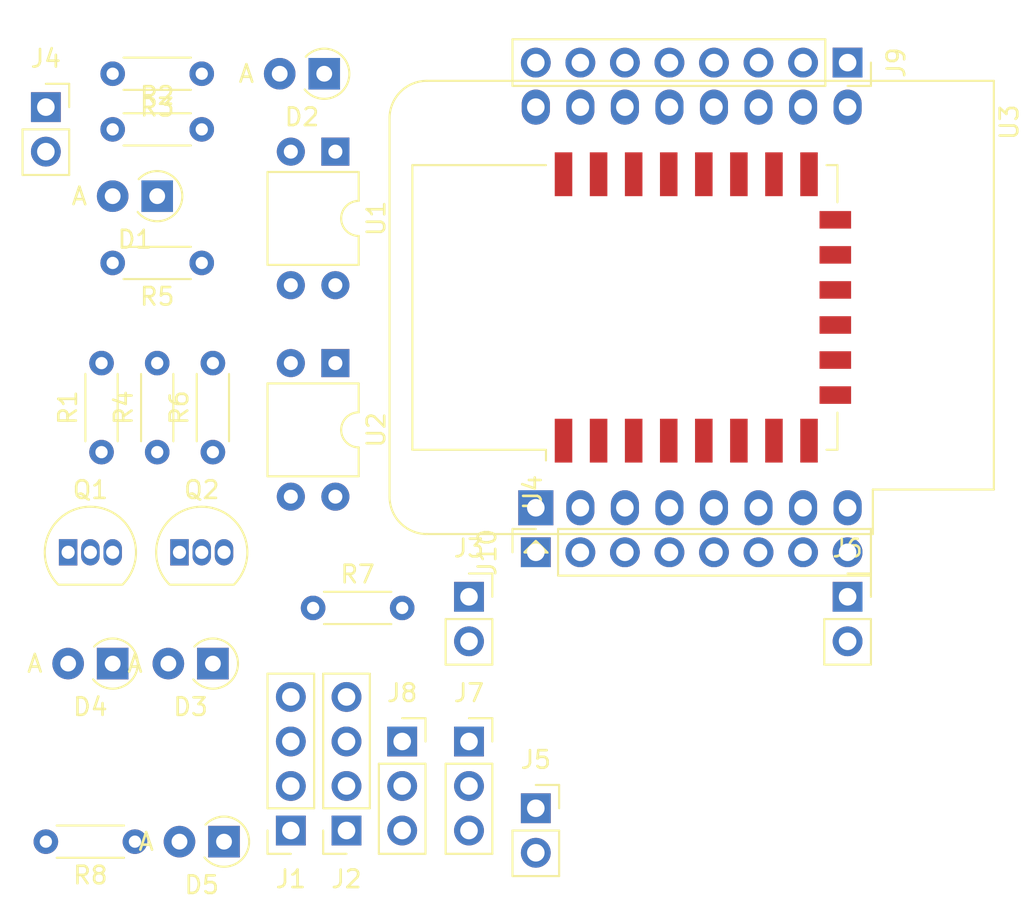
<source format=kicad_pcb>
(kicad_pcb (version 20171130) (host pcbnew 5.1.6-c6e7f7d~87~ubuntu18.04.1)

  (general
    (thickness 1.6)
    (drawings 5)
    (tracks 0)
    (zones 0)
    (modules 29)
    (nets 41)
  )

  (page A4)
  (layers
    (0 F.Cu signal)
    (31 B.Cu signal)
    (32 B.Adhes user)
    (33 F.Adhes user)
    (34 B.Paste user)
    (35 F.Paste user)
    (36 B.SilkS user)
    (37 F.SilkS user)
    (38 B.Mask user)
    (39 F.Mask user)
    (40 Dwgs.User user)
    (41 Cmts.User user)
    (42 Eco1.User user)
    (43 Eco2.User user)
    (44 Edge.Cuts user)
    (45 Margin user)
    (46 B.CrtYd user)
    (47 F.CrtYd user)
    (48 B.Fab user)
    (49 F.Fab user)
  )

  (setup
    (last_trace_width 0.25)
    (trace_clearance 0.2)
    (zone_clearance 0.508)
    (zone_45_only no)
    (trace_min 0.2)
    (via_size 0.8)
    (via_drill 0.4)
    (via_min_size 0.4)
    (via_min_drill 0.3)
    (uvia_size 0.3)
    (uvia_drill 0.1)
    (uvias_allowed no)
    (uvia_min_size 0.2)
    (uvia_min_drill 0.1)
    (edge_width 0.05)
    (segment_width 0.2)
    (pcb_text_width 0.3)
    (pcb_text_size 1.5 1.5)
    (mod_edge_width 0.12)
    (mod_text_size 1 1)
    (mod_text_width 0.15)
    (pad_size 1.524 1.524)
    (pad_drill 0.762)
    (pad_to_mask_clearance 0.05)
    (aux_axis_origin 0 0)
    (visible_elements FFFFFF7F)
    (pcbplotparams
      (layerselection 0x010fc_ffffffff)
      (usegerberextensions false)
      (usegerberattributes true)
      (usegerberadvancedattributes true)
      (creategerberjobfile true)
      (excludeedgelayer true)
      (linewidth 0.100000)
      (plotframeref false)
      (viasonmask false)
      (mode 1)
      (useauxorigin false)
      (hpglpennumber 1)
      (hpglpenspeed 20)
      (hpglpendiameter 15.000000)
      (psnegative false)
      (psa4output false)
      (plotreference true)
      (plotvalue true)
      (plotinvisibletext false)
      (padsonsilk false)
      (subtractmaskfromsilk false)
      (outputformat 1)
      (mirror false)
      (drillshape 1)
      (scaleselection 1)
      (outputdirectory ""))
  )

  (net 0 "")
  (net 1 B)
  (net 2 "Net-(D1-Pad1)")
  (net 3 "Net-(D2-Pad1)")
  (net 4 "Net-(D2-Pad2)")
  (net 5 "Net-(D3-Pad1)")
  (net 6 "Net-(D3-Pad2)")
  (net 7 A)
  (net 8 "Net-(D5-Pad1)")
  (net 9 "Net-(D5-Pad2)")
  (net 10 3V3)
  (net 11 GND)
  (net 12 SCL)
  (net 13 SDA)
  (net 14 5V)
  (net 15 D3)
  (net 16 ESP_TX)
  (net 17 ESP_RX)
  (net 18 D4)
  (net 19 RST)
  (net 20 A0)
  (net 21 D0)
  (net 22 D5)
  (net 23 D6)
  (net 24 D7)
  (net 25 D8)
  (net 26 "Net-(Q1-Pad2)")
  (net 27 "Net-(Q1-Pad3)")
  (net 28 "Net-(Q2-Pad2)")
  (net 29 TX)
  (net 30 RX)
  (net 31 "Net-(R6-Pad2)")
  (net 32 "Net-(U4-Pad3)")
  (net 33 "Net-(U4-Pad11)")
  (net 34 "Net-(U4-Pad12)")
  (net 35 "Net-(U4-Pad14)")
  (net 36 "Net-(U4-Pad9)")
  (net 37 "Net-(U4-Pad10)")
  (net 38 "Net-(U4-Pad13)")
  (net 39 "Net-(J2-Pad3)")
  (net 40 "Net-(J3-Pad2)")

  (net_class Default "This is the default net class."
    (clearance 0.2)
    (trace_width 0.25)
    (via_dia 0.8)
    (via_drill 0.4)
    (uvia_dia 0.3)
    (uvia_drill 0.1)
    (add_net 3V3)
    (add_net 5V)
    (add_net A)
    (add_net A0)
    (add_net B)
    (add_net D0)
    (add_net D3)
    (add_net D4)
    (add_net D5)
    (add_net D6)
    (add_net D7)
    (add_net D8)
    (add_net ESP_RX)
    (add_net ESP_TX)
    (add_net GND)
    (add_net "Net-(D1-Pad1)")
    (add_net "Net-(D2-Pad1)")
    (add_net "Net-(D2-Pad2)")
    (add_net "Net-(D3-Pad1)")
    (add_net "Net-(D3-Pad2)")
    (add_net "Net-(D5-Pad1)")
    (add_net "Net-(D5-Pad2)")
    (add_net "Net-(J2-Pad3)")
    (add_net "Net-(J3-Pad2)")
    (add_net "Net-(Q1-Pad2)")
    (add_net "Net-(Q1-Pad3)")
    (add_net "Net-(Q2-Pad2)")
    (add_net "Net-(R6-Pad2)")
    (add_net "Net-(U4-Pad10)")
    (add_net "Net-(U4-Pad11)")
    (add_net "Net-(U4-Pad12)")
    (add_net "Net-(U4-Pad13)")
    (add_net "Net-(U4-Pad14)")
    (add_net "Net-(U4-Pad3)")
    (add_net "Net-(U4-Pad9)")
    (add_net RST)
    (add_net RX)
    (add_net SCL)
    (add_net SDA)
    (add_net TX)
  )

  (module Connector_PinSocket_2.54mm:PinSocket_1x03_P2.54mm_Vertical (layer F.Cu) (tedit 5A19A429) (tstamp 5F564FB6)
    (at 73.66 55.245)
    (descr "Through hole straight socket strip, 1x03, 2.54mm pitch, single row (from Kicad 4.0.7), script generated")
    (tags "Through hole socket strip THT 1x03 2.54mm single row")
    (path /5F5D0080)
    (fp_text reference J8 (at 0 -2.77) (layer F.SilkS)
      (effects (font (size 1 1) (thickness 0.15)))
    )
    (fp_text value WS2812 (at 0 7.85) (layer F.Fab)
      (effects (font (size 1 1) (thickness 0.15)))
    )
    (fp_text user %R (at 0 2.54 90) (layer F.Fab)
      (effects (font (size 1 1) (thickness 0.15)))
    )
    (fp_line (start -1.27 -1.27) (end 0.635 -1.27) (layer F.Fab) (width 0.1))
    (fp_line (start 0.635 -1.27) (end 1.27 -0.635) (layer F.Fab) (width 0.1))
    (fp_line (start 1.27 -0.635) (end 1.27 6.35) (layer F.Fab) (width 0.1))
    (fp_line (start 1.27 6.35) (end -1.27 6.35) (layer F.Fab) (width 0.1))
    (fp_line (start -1.27 6.35) (end -1.27 -1.27) (layer F.Fab) (width 0.1))
    (fp_line (start -1.33 1.27) (end 1.33 1.27) (layer F.SilkS) (width 0.12))
    (fp_line (start -1.33 1.27) (end -1.33 6.41) (layer F.SilkS) (width 0.12))
    (fp_line (start -1.33 6.41) (end 1.33 6.41) (layer F.SilkS) (width 0.12))
    (fp_line (start 1.33 1.27) (end 1.33 6.41) (layer F.SilkS) (width 0.12))
    (fp_line (start 1.33 -1.33) (end 1.33 0) (layer F.SilkS) (width 0.12))
    (fp_line (start 0 -1.33) (end 1.33 -1.33) (layer F.SilkS) (width 0.12))
    (fp_line (start -1.8 -1.8) (end 1.75 -1.8) (layer F.CrtYd) (width 0.05))
    (fp_line (start 1.75 -1.8) (end 1.75 6.85) (layer F.CrtYd) (width 0.05))
    (fp_line (start 1.75 6.85) (end -1.8 6.85) (layer F.CrtYd) (width 0.05))
    (fp_line (start -1.8 6.85) (end -1.8 -1.8) (layer F.CrtYd) (width 0.05))
    (pad 3 thru_hole oval (at 0 5.08) (size 1.7 1.7) (drill 1) (layers *.Cu *.Mask)
      (net 11 GND))
    (pad 2 thru_hole oval (at 0 2.54) (size 1.7 1.7) (drill 1) (layers *.Cu *.Mask)
      (net 18 D4))
    (pad 1 thru_hole rect (at 0 0) (size 1.7 1.7) (drill 1) (layers *.Cu *.Mask)
      (net 14 5V))
    (model ${KISYS3DMOD}/Connector_PinSocket_2.54mm.3dshapes/PinSocket_1x03_P2.54mm_Vertical.wrl
      (at (xyz 0 0 0))
      (scale (xyz 1 1 1))
      (rotate (xyz 0 0 0))
    )
  )

  (module Connector_PinSocket_2.54mm:PinSocket_1x02_P2.54mm_Vertical (layer F.Cu) (tedit 5A19A420) (tstamp 5F563AA2)
    (at 99.06 46.99)
    (descr "Through hole straight socket strip, 1x02, 2.54mm pitch, single row (from Kicad 4.0.7), script generated")
    (tags "Through hole socket strip THT 1x02 2.54mm single row")
    (path /5F5AA2BF)
    (fp_text reference J6 (at 0 -2.77) (layer F.SilkS)
      (effects (font (size 1 1) (thickness 0.15)))
    )
    (fp_text value PSU_OUT (at 0 5.31) (layer F.Fab)
      (effects (font (size 1 1) (thickness 0.15)))
    )
    (fp_text user %R (at 0 1.27 90) (layer F.Fab)
      (effects (font (size 1 1) (thickness 0.15)))
    )
    (fp_line (start -1.27 -1.27) (end 0.635 -1.27) (layer F.Fab) (width 0.1))
    (fp_line (start 0.635 -1.27) (end 1.27 -0.635) (layer F.Fab) (width 0.1))
    (fp_line (start 1.27 -0.635) (end 1.27 3.81) (layer F.Fab) (width 0.1))
    (fp_line (start 1.27 3.81) (end -1.27 3.81) (layer F.Fab) (width 0.1))
    (fp_line (start -1.27 3.81) (end -1.27 -1.27) (layer F.Fab) (width 0.1))
    (fp_line (start -1.33 1.27) (end 1.33 1.27) (layer F.SilkS) (width 0.12))
    (fp_line (start -1.33 1.27) (end -1.33 3.87) (layer F.SilkS) (width 0.12))
    (fp_line (start -1.33 3.87) (end 1.33 3.87) (layer F.SilkS) (width 0.12))
    (fp_line (start 1.33 1.27) (end 1.33 3.87) (layer F.SilkS) (width 0.12))
    (fp_line (start 1.33 -1.33) (end 1.33 0) (layer F.SilkS) (width 0.12))
    (fp_line (start 0 -1.33) (end 1.33 -1.33) (layer F.SilkS) (width 0.12))
    (fp_line (start -1.8 -1.8) (end 1.75 -1.8) (layer F.CrtYd) (width 0.05))
    (fp_line (start 1.75 -1.8) (end 1.75 4.3) (layer F.CrtYd) (width 0.05))
    (fp_line (start 1.75 4.3) (end -1.8 4.3) (layer F.CrtYd) (width 0.05))
    (fp_line (start -1.8 4.3) (end -1.8 -1.8) (layer F.CrtYd) (width 0.05))
    (pad 2 thru_hole oval (at 0 2.54) (size 1.7 1.7) (drill 1) (layers *.Cu *.Mask)
      (net 11 GND))
    (pad 1 thru_hole rect (at 0 0) (size 1.7 1.7) (drill 1) (layers *.Cu *.Mask)
      (net 14 5V))
    (model ${KISYS3DMOD}/Connector_PinSocket_2.54mm.3dshapes/PinSocket_1x02_P2.54mm_Vertical.wrl
      (at (xyz 0 0 0))
      (scale (xyz 1 1 1))
      (rotate (xyz 0 0 0))
    )
  )

  (module Connector_PinSocket_2.54mm:PinSocket_1x02_P2.54mm_Vertical (layer F.Cu) (tedit 5A19A420) (tstamp 5F56399C)
    (at 81.28 59.055)
    (descr "Through hole straight socket strip, 1x02, 2.54mm pitch, single row (from Kicad 4.0.7), script generated")
    (tags "Through hole socket strip THT 1x02 2.54mm single row")
    (path /5F5A73B4)
    (fp_text reference J5 (at 0 -2.77) (layer F.SilkS)
      (effects (font (size 1 1) (thickness 0.15)))
    )
    (fp_text value PSU_IN (at 0 5.31) (layer F.Fab)
      (effects (font (size 1 1) (thickness 0.15)))
    )
    (fp_text user %R (at 0 1.27 90) (layer F.Fab)
      (effects (font (size 1 1) (thickness 0.15)))
    )
    (fp_line (start -1.27 -1.27) (end 0.635 -1.27) (layer F.Fab) (width 0.1))
    (fp_line (start 0.635 -1.27) (end 1.27 -0.635) (layer F.Fab) (width 0.1))
    (fp_line (start 1.27 -0.635) (end 1.27 3.81) (layer F.Fab) (width 0.1))
    (fp_line (start 1.27 3.81) (end -1.27 3.81) (layer F.Fab) (width 0.1))
    (fp_line (start -1.27 3.81) (end -1.27 -1.27) (layer F.Fab) (width 0.1))
    (fp_line (start -1.33 1.27) (end 1.33 1.27) (layer F.SilkS) (width 0.12))
    (fp_line (start -1.33 1.27) (end -1.33 3.87) (layer F.SilkS) (width 0.12))
    (fp_line (start -1.33 3.87) (end 1.33 3.87) (layer F.SilkS) (width 0.12))
    (fp_line (start 1.33 1.27) (end 1.33 3.87) (layer F.SilkS) (width 0.12))
    (fp_line (start 1.33 -1.33) (end 1.33 0) (layer F.SilkS) (width 0.12))
    (fp_line (start 0 -1.33) (end 1.33 -1.33) (layer F.SilkS) (width 0.12))
    (fp_line (start -1.8 -1.8) (end 1.75 -1.8) (layer F.CrtYd) (width 0.05))
    (fp_line (start 1.75 -1.8) (end 1.75 4.3) (layer F.CrtYd) (width 0.05))
    (fp_line (start 1.75 4.3) (end -1.8 4.3) (layer F.CrtYd) (width 0.05))
    (fp_line (start -1.8 4.3) (end -1.8 -1.8) (layer F.CrtYd) (width 0.05))
    (pad 2 thru_hole oval (at 0 2.54) (size 1.7 1.7) (drill 1) (layers *.Cu *.Mask)
      (net 1 B))
    (pad 1 thru_hole rect (at 0 0) (size 1.7 1.7) (drill 1) (layers *.Cu *.Mask)
      (net 40 "Net-(J3-Pad2)"))
    (model ${KISYS3DMOD}/Connector_PinSocket_2.54mm.3dshapes/PinSocket_1x02_P2.54mm_Vertical.wrl
      (at (xyz 0 0 0))
      (scale (xyz 1 1 1))
      (rotate (xyz 0 0 0))
    )
  )

  (module Diode_THT:D_A-405_P2.54mm_Vertical_AnodeUp (layer F.Cu) (tedit 5AE50CD5) (tstamp 5F55C43B)
    (at 63.5 60.96 180)
    (descr "Diode, A-405 series, Axial, Vertical, pin pitch=2.54mm, , length*diameter=5.2*2.7mm^2, , http://www.diodes.com/_files/packages/A-405.pdf")
    (tags "Diode A-405 series Axial Vertical pin pitch 2.54mm  length 5.2mm diameter 2.7mm")
    (path /5F5E3E56)
    (fp_text reference D5 (at 1.27 -2.47) (layer F.SilkS)
      (effects (font (size 1 1) (thickness 0.15)))
    )
    (fp_text value 1N4001 (at 1.27 3.359) (layer F.Fab)
      (effects (font (size 1 1) (thickness 0.15)))
    )
    (fp_text user A (at 4.44 0) (layer F.SilkS)
      (effects (font (size 1 1) (thickness 0.15)))
    )
    (fp_text user A (at 4.44 0) (layer F.Fab)
      (effects (font (size 1 1) (thickness 0.15)))
    )
    (fp_text user %R (at 1.27 -2.47) (layer F.Fab)
      (effects (font (size 1 1) (thickness 0.15)))
    )
    (fp_arc (start 0 0) (end 1.113239 -0.9) (angle -278.451986) (layer F.SilkS) (width 0.12))
    (fp_circle (center 0 0) (end 1.35 0) (layer F.Fab) (width 0.1))
    (fp_line (start 0 0) (end 2.54 0) (layer F.Fab) (width 0.1))
    (fp_line (start -1.6 -1.6) (end -1.6 1.6) (layer F.CrtYd) (width 0.05))
    (fp_line (start -1.6 1.6) (end 3.69 1.6) (layer F.CrtYd) (width 0.05))
    (fp_line (start 3.69 1.6) (end 3.69 -1.6) (layer F.CrtYd) (width 0.05))
    (fp_line (start 3.69 -1.6) (end -1.6 -1.6) (layer F.CrtYd) (width 0.05))
    (pad 2 thru_hole oval (at 2.54 0 180) (size 1.8 1.8) (drill 0.9) (layers *.Cu *.Mask)
      (net 9 "Net-(D5-Pad2)"))
    (pad 1 thru_hole rect (at 0 0 180) (size 1.8 1.8) (drill 0.9) (layers *.Cu *.Mask)
      (net 8 "Net-(D5-Pad1)"))
    (model ${KISYS3DMOD}/Diode_THT.3dshapes/D_A-405_P2.54mm_Vertical_AnodeUp.wrl
      (at (xyz 0 0 0))
      (scale (xyz 1 1 1))
      (rotate (xyz 0 0 0))
    )
  )

  (module Diode_THT:D_A-405_P2.54mm_Vertical_AnodeUp (layer F.Cu) (tedit 5AE50CD5) (tstamp 5F562BDE)
    (at 57.15 50.8 180)
    (descr "Diode, A-405 series, Axial, Vertical, pin pitch=2.54mm, , length*diameter=5.2*2.7mm^2, , http://www.diodes.com/_files/packages/A-405.pdf")
    (tags "Diode A-405 series Axial Vertical pin pitch 2.54mm  length 5.2mm diameter 2.7mm")
    (path /5F57281A)
    (fp_text reference D4 (at 1.27 -2.47) (layer F.SilkS)
      (effects (font (size 1 1) (thickness 0.15)))
    )
    (fp_text value 1N4001 (at 1.27 3.359) (layer F.Fab)
      (effects (font (size 1 1) (thickness 0.15)))
    )
    (fp_text user A (at 4.44 0) (layer F.SilkS)
      (effects (font (size 1 1) (thickness 0.15)))
    )
    (fp_text user A (at 4.44 0) (layer F.Fab)
      (effects (font (size 1 1) (thickness 0.15)))
    )
    (fp_text user %R (at 1.27 -2.47) (layer F.Fab)
      (effects (font (size 1 1) (thickness 0.15)))
    )
    (fp_arc (start 0 0) (end 1.113239 -0.9) (angle -278.451986) (layer F.SilkS) (width 0.12))
    (fp_circle (center 0 0) (end 1.35 0) (layer F.Fab) (width 0.1))
    (fp_line (start 0 0) (end 2.54 0) (layer F.Fab) (width 0.1))
    (fp_line (start -1.6 -1.6) (end -1.6 1.6) (layer F.CrtYd) (width 0.05))
    (fp_line (start -1.6 1.6) (end 3.69 1.6) (layer F.CrtYd) (width 0.05))
    (fp_line (start 3.69 1.6) (end 3.69 -1.6) (layer F.CrtYd) (width 0.05))
    (fp_line (start 3.69 -1.6) (end -1.6 -1.6) (layer F.CrtYd) (width 0.05))
    (pad 2 thru_hole oval (at 2.54 0 180) (size 1.8 1.8) (drill 0.9) (layers *.Cu *.Mask)
      (net 7 A))
    (pad 1 thru_hole rect (at 0 0 180) (size 1.8 1.8) (drill 0.9) (layers *.Cu *.Mask)
      (net 5 "Net-(D3-Pad1)"))
    (model ${KISYS3DMOD}/Diode_THT.3dshapes/D_A-405_P2.54mm_Vertical_AnodeUp.wrl
      (at (xyz 0 0 0))
      (scale (xyz 1 1 1))
      (rotate (xyz 0 0 0))
    )
  )

  (module Diode_THT:D_A-405_P2.54mm_Vertical_AnodeUp (layer F.Cu) (tedit 5AE50CD5) (tstamp 5F55C3FD)
    (at 62.865 50.8 180)
    (descr "Diode, A-405 series, Axial, Vertical, pin pitch=2.54mm, , length*diameter=5.2*2.7mm^2, , http://www.diodes.com/_files/packages/A-405.pdf")
    (tags "Diode A-405 series Axial Vertical pin pitch 2.54mm  length 5.2mm diameter 2.7mm")
    (path /5F5713B8)
    (fp_text reference D3 (at 1.27 -2.47) (layer F.SilkS)
      (effects (font (size 1 1) (thickness 0.15)))
    )
    (fp_text value 13 (at 1.27 3.359) (layer F.Fab)
      (effects (font (size 1 1) (thickness 0.15)))
    )
    (fp_text user A (at 4.44 0) (layer F.SilkS)
      (effects (font (size 1 1) (thickness 0.15)))
    )
    (fp_text user A (at 4.44 0) (layer F.Fab)
      (effects (font (size 1 1) (thickness 0.15)))
    )
    (fp_text user %R (at 1.27 -2.47) (layer F.Fab)
      (effects (font (size 1 1) (thickness 0.15)))
    )
    (fp_arc (start 0 0) (end 1.113239 -0.9) (angle -278.451986) (layer F.SilkS) (width 0.12))
    (fp_circle (center 0 0) (end 1.35 0) (layer F.Fab) (width 0.1))
    (fp_line (start 0 0) (end 2.54 0) (layer F.Fab) (width 0.1))
    (fp_line (start -1.6 -1.6) (end -1.6 1.6) (layer F.CrtYd) (width 0.05))
    (fp_line (start -1.6 1.6) (end 3.69 1.6) (layer F.CrtYd) (width 0.05))
    (fp_line (start 3.69 1.6) (end 3.69 -1.6) (layer F.CrtYd) (width 0.05))
    (fp_line (start 3.69 -1.6) (end -1.6 -1.6) (layer F.CrtYd) (width 0.05))
    (pad 2 thru_hole oval (at 2.54 0 180) (size 1.8 1.8) (drill 0.9) (layers *.Cu *.Mask)
      (net 6 "Net-(D3-Pad2)"))
    (pad 1 thru_hole rect (at 0 0 180) (size 1.8 1.8) (drill 0.9) (layers *.Cu *.Mask)
      (net 5 "Net-(D3-Pad1)"))
    (model ${KISYS3DMOD}/Diode_THT.3dshapes/D_A-405_P2.54mm_Vertical_AnodeUp.wrl
      (at (xyz 0 0 0))
      (scale (xyz 1 1 1))
      (rotate (xyz 0 0 0))
    )
  )

  (module Diode_THT:D_A-405_P2.54mm_Vertical_AnodeUp (layer F.Cu) (tedit 5AE50CD5) (tstamp 5F55C3DE)
    (at 69.215 17.145 180)
    (descr "Diode, A-405 series, Axial, Vertical, pin pitch=2.54mm, , length*diameter=5.2*2.7mm^2, , http://www.diodes.com/_files/packages/A-405.pdf")
    (tags "Diode A-405 series Axial Vertical pin pitch 2.54mm  length 5.2mm diameter 2.7mm")
    (path /5F563589)
    (fp_text reference D2 (at 1.27 -2.47) (layer F.SilkS)
      (effects (font (size 1 1) (thickness 0.15)))
    )
    (fp_text value 1N4001 (at 1.27 3.359) (layer F.Fab)
      (effects (font (size 1 1) (thickness 0.15)))
    )
    (fp_text user A (at 4.44 0) (layer F.SilkS)
      (effects (font (size 1 1) (thickness 0.15)))
    )
    (fp_text user A (at 4.44 0) (layer F.Fab)
      (effects (font (size 1 1) (thickness 0.15)))
    )
    (fp_text user %R (at 1.27 -2.47) (layer F.Fab)
      (effects (font (size 1 1) (thickness 0.15)))
    )
    (fp_arc (start 0 0) (end 1.113239 -0.9) (angle -278.451986) (layer F.SilkS) (width 0.12))
    (fp_circle (center 0 0) (end 1.35 0) (layer F.Fab) (width 0.1))
    (fp_line (start 0 0) (end 2.54 0) (layer F.Fab) (width 0.1))
    (fp_line (start -1.6 -1.6) (end -1.6 1.6) (layer F.CrtYd) (width 0.05))
    (fp_line (start -1.6 1.6) (end 3.69 1.6) (layer F.CrtYd) (width 0.05))
    (fp_line (start 3.69 1.6) (end 3.69 -1.6) (layer F.CrtYd) (width 0.05))
    (fp_line (start 3.69 -1.6) (end -1.6 -1.6) (layer F.CrtYd) (width 0.05))
    (pad 2 thru_hole oval (at 2.54 0 180) (size 1.8 1.8) (drill 0.9) (layers *.Cu *.Mask)
      (net 4 "Net-(D2-Pad2)"))
    (pad 1 thru_hole rect (at 0 0 180) (size 1.8 1.8) (drill 0.9) (layers *.Cu *.Mask)
      (net 3 "Net-(D2-Pad1)"))
    (model ${KISYS3DMOD}/Diode_THT.3dshapes/D_A-405_P2.54mm_Vertical_AnodeUp.wrl
      (at (xyz 0 0 0))
      (scale (xyz 1 1 1))
      (rotate (xyz 0 0 0))
    )
  )

  (module Diode_THT:D_A-405_P2.54mm_Vertical_AnodeUp (layer F.Cu) (tedit 5AE50CD5) (tstamp 5F565AAF)
    (at 59.69 24.13 180)
    (descr "Diode, A-405 series, Axial, Vertical, pin pitch=2.54mm, , length*diameter=5.2*2.7mm^2, , http://www.diodes.com/_files/packages/A-405.pdf")
    (tags "Diode A-405 series Axial Vertical pin pitch 2.54mm  length 5.2mm diameter 2.7mm")
    (path /5F5679E8)
    (fp_text reference D1 (at 1.27 -2.47) (layer F.SilkS)
      (effects (font (size 1 1) (thickness 0.15)))
    )
    (fp_text value 13 (at 1.27 3.359) (layer F.Fab)
      (effects (font (size 1 1) (thickness 0.15)))
    )
    (fp_text user A (at 4.44 0) (layer F.SilkS)
      (effects (font (size 1 1) (thickness 0.15)))
    )
    (fp_text user A (at 4.44 0) (layer F.Fab)
      (effects (font (size 1 1) (thickness 0.15)))
    )
    (fp_text user %R (at 1.27 -2.47) (layer F.Fab)
      (effects (font (size 1 1) (thickness 0.15)))
    )
    (fp_arc (start 0 0) (end 1.113239 -0.9) (angle -278.451986) (layer F.SilkS) (width 0.12))
    (fp_circle (center 0 0) (end 1.35 0) (layer F.Fab) (width 0.1))
    (fp_line (start 0 0) (end 2.54 0) (layer F.Fab) (width 0.1))
    (fp_line (start -1.6 -1.6) (end -1.6 1.6) (layer F.CrtYd) (width 0.05))
    (fp_line (start -1.6 1.6) (end 3.69 1.6) (layer F.CrtYd) (width 0.05))
    (fp_line (start 3.69 1.6) (end 3.69 -1.6) (layer F.CrtYd) (width 0.05))
    (fp_line (start 3.69 -1.6) (end -1.6 -1.6) (layer F.CrtYd) (width 0.05))
    (pad 2 thru_hole oval (at 2.54 0 180) (size 1.8 1.8) (drill 0.9) (layers *.Cu *.Mask)
      (net 1 B))
    (pad 1 thru_hole rect (at 0 0 180) (size 1.8 1.8) (drill 0.9) (layers *.Cu *.Mask)
      (net 2 "Net-(D1-Pad1)"))
    (model ${KISYS3DMOD}/Diode_THT.3dshapes/D_A-405_P2.54mm_Vertical_AnodeUp.wrl
      (at (xyz 0 0 0))
      (scale (xyz 1 1 1))
      (rotate (xyz 0 0 0))
    )
  )

  (module Connector_PinSocket_2.54mm:PinSocket_1x02_P2.54mm_Vertical (layer F.Cu) (tedit 5A19A420) (tstamp 5F562410)
    (at 77.47 46.99)
    (descr "Through hole straight socket strip, 1x02, 2.54mm pitch, single row (from Kicad 4.0.7), script generated")
    (tags "Through hole socket strip THT 1x02 2.54mm single row")
    (path /5F563401)
    (fp_text reference J3 (at 0 -2.77) (layer F.SilkS)
      (effects (font (size 1 1) (thickness 0.15)))
    )
    (fp_text value "DC Switch" (at 0 5.31) (layer F.Fab)
      (effects (font (size 1 1) (thickness 0.15)))
    )
    (fp_text user %R (at 0 1.27 90) (layer F.Fab)
      (effects (font (size 1 1) (thickness 0.15)))
    )
    (fp_line (start -1.27 -1.27) (end 0.635 -1.27) (layer F.Fab) (width 0.1))
    (fp_line (start 0.635 -1.27) (end 1.27 -0.635) (layer F.Fab) (width 0.1))
    (fp_line (start 1.27 -0.635) (end 1.27 3.81) (layer F.Fab) (width 0.1))
    (fp_line (start 1.27 3.81) (end -1.27 3.81) (layer F.Fab) (width 0.1))
    (fp_line (start -1.27 3.81) (end -1.27 -1.27) (layer F.Fab) (width 0.1))
    (fp_line (start -1.33 1.27) (end 1.33 1.27) (layer F.SilkS) (width 0.12))
    (fp_line (start -1.33 1.27) (end -1.33 3.87) (layer F.SilkS) (width 0.12))
    (fp_line (start -1.33 3.87) (end 1.33 3.87) (layer F.SilkS) (width 0.12))
    (fp_line (start 1.33 1.27) (end 1.33 3.87) (layer F.SilkS) (width 0.12))
    (fp_line (start 1.33 -1.33) (end 1.33 0) (layer F.SilkS) (width 0.12))
    (fp_line (start 0 -1.33) (end 1.33 -1.33) (layer F.SilkS) (width 0.12))
    (fp_line (start -1.8 -1.8) (end 1.75 -1.8) (layer F.CrtYd) (width 0.05))
    (fp_line (start 1.75 -1.8) (end 1.75 4.3) (layer F.CrtYd) (width 0.05))
    (fp_line (start 1.75 4.3) (end -1.8 4.3) (layer F.CrtYd) (width 0.05))
    (fp_line (start -1.8 4.3) (end -1.8 -1.8) (layer F.CrtYd) (width 0.05))
    (pad 2 thru_hole oval (at 0 2.54) (size 1.7 1.7) (drill 1) (layers *.Cu *.Mask)
      (net 40 "Net-(J3-Pad2)"))
    (pad 1 thru_hole rect (at 0 0) (size 1.7 1.7) (drill 1) (layers *.Cu *.Mask)
      (net 8 "Net-(D5-Pad1)"))
    (model ${KISYS3DMOD}/Connector_PinSocket_2.54mm.3dshapes/PinSocket_1x02_P2.54mm_Vertical.wrl
      (at (xyz 0 0 0))
      (scale (xyz 1 1 1))
      (rotate (xyz 0 0 0))
    )
  )

  (module Connector_PinSocket_2.54mm:PinSocket_1x03_P2.54mm_Vertical (layer F.Cu) (tedit 5A19A429) (tstamp 5F55C697)
    (at 77.47 55.245)
    (descr "Through hole straight socket strip, 1x03, 2.54mm pitch, single row (from Kicad 4.0.7), script generated")
    (tags "Through hole socket strip THT 1x03 2.54mm single row")
    (path /5F6377E8)
    (fp_text reference J7 (at 0 -2.77) (layer F.SilkS)
      (effects (font (size 1 1) (thickness 0.15)))
    )
    (fp_text value PWR (at 0 7.85) (layer F.Fab)
      (effects (font (size 1 1) (thickness 0.15)))
    )
    (fp_line (start -1.8 6.85) (end -1.8 -1.8) (layer F.CrtYd) (width 0.05))
    (fp_line (start 1.75 6.85) (end -1.8 6.85) (layer F.CrtYd) (width 0.05))
    (fp_line (start 1.75 -1.8) (end 1.75 6.85) (layer F.CrtYd) (width 0.05))
    (fp_line (start -1.8 -1.8) (end 1.75 -1.8) (layer F.CrtYd) (width 0.05))
    (fp_line (start 0 -1.33) (end 1.33 -1.33) (layer F.SilkS) (width 0.12))
    (fp_line (start 1.33 -1.33) (end 1.33 0) (layer F.SilkS) (width 0.12))
    (fp_line (start 1.33 1.27) (end 1.33 6.41) (layer F.SilkS) (width 0.12))
    (fp_line (start -1.33 6.41) (end 1.33 6.41) (layer F.SilkS) (width 0.12))
    (fp_line (start -1.33 1.27) (end -1.33 6.41) (layer F.SilkS) (width 0.12))
    (fp_line (start -1.33 1.27) (end 1.33 1.27) (layer F.SilkS) (width 0.12))
    (fp_line (start -1.27 6.35) (end -1.27 -1.27) (layer F.Fab) (width 0.1))
    (fp_line (start 1.27 6.35) (end -1.27 6.35) (layer F.Fab) (width 0.1))
    (fp_line (start 1.27 -0.635) (end 1.27 6.35) (layer F.Fab) (width 0.1))
    (fp_line (start 0.635 -1.27) (end 1.27 -0.635) (layer F.Fab) (width 0.1))
    (fp_line (start -1.27 -1.27) (end 0.635 -1.27) (layer F.Fab) (width 0.1))
    (fp_text user %R (at 0 2.54 90) (layer F.Fab)
      (effects (font (size 1 1) (thickness 0.15)))
    )
    (pad 3 thru_hole oval (at 0 5.08) (size 1.7 1.7) (drill 1) (layers *.Cu *.Mask)
      (net 11 GND))
    (pad 2 thru_hole oval (at 0 2.54) (size 1.7 1.7) (drill 1) (layers *.Cu *.Mask)
      (net 10 3V3))
    (pad 1 thru_hole rect (at 0 0) (size 1.7 1.7) (drill 1) (layers *.Cu *.Mask)
      (net 14 5V))
    (model ${KISYS3DMOD}/Connector_PinSocket_2.54mm.3dshapes/PinSocket_1x03_P2.54mm_Vertical.wrl
      (at (xyz 0 0 0))
      (scale (xyz 1 1 1))
      (rotate (xyz 0 0 0))
    )
  )

  (module Connector_PinSocket_2.54mm:PinSocket_1x08_P2.54mm_Vertical (layer F.Cu) (tedit 5A19A420) (tstamp 5F563EF5)
    (at 81.28 44.45 90)
    (descr "Through hole straight socket strip, 1x08, 2.54mm pitch, single row (from Kicad 4.0.7), script generated")
    (tags "Through hole socket strip THT 1x08 2.54mm single row")
    (path /5F61916D)
    (fp_text reference J10 (at 0 -2.77 90) (layer F.SilkS)
      (effects (font (size 1 1) (thickness 0.15)))
    )
    (fp_text value Wemos_header_right (at -2.54 8.89 180) (layer F.Fab)
      (effects (font (size 1 1) (thickness 0.15)))
    )
    (fp_line (start -1.8 19.55) (end -1.8 -1.8) (layer F.CrtYd) (width 0.05))
    (fp_line (start 1.75 19.55) (end -1.8 19.55) (layer F.CrtYd) (width 0.05))
    (fp_line (start 1.75 -1.8) (end 1.75 19.55) (layer F.CrtYd) (width 0.05))
    (fp_line (start -1.8 -1.8) (end 1.75 -1.8) (layer F.CrtYd) (width 0.05))
    (fp_line (start 0 -1.33) (end 1.33 -1.33) (layer F.SilkS) (width 0.12))
    (fp_line (start 1.33 -1.33) (end 1.33 0) (layer F.SilkS) (width 0.12))
    (fp_line (start 1.33 1.27) (end 1.33 19.11) (layer F.SilkS) (width 0.12))
    (fp_line (start -1.33 19.11) (end 1.33 19.11) (layer F.SilkS) (width 0.12))
    (fp_line (start -1.33 1.27) (end -1.33 19.11) (layer F.SilkS) (width 0.12))
    (fp_line (start -1.33 1.27) (end 1.33 1.27) (layer F.SilkS) (width 0.12))
    (fp_line (start -1.27 19.05) (end -1.27 -1.27) (layer F.Fab) (width 0.1))
    (fp_line (start 1.27 19.05) (end -1.27 19.05) (layer F.Fab) (width 0.1))
    (fp_line (start 1.27 -0.635) (end 1.27 19.05) (layer F.Fab) (width 0.1))
    (fp_line (start 0.635 -1.27) (end 1.27 -0.635) (layer F.Fab) (width 0.1))
    (fp_line (start -1.27 -1.27) (end 0.635 -1.27) (layer F.Fab) (width 0.1))
    (fp_text user %R (at 0 8.89) (layer F.Fab)
      (effects (font (size 1 1) (thickness 0.15)))
    )
    (pad 8 thru_hole oval (at 0 17.78 90) (size 1.7 1.7) (drill 1) (layers *.Cu *.Mask)
      (net 10 3V3))
    (pad 7 thru_hole oval (at 0 15.24 90) (size 1.7 1.7) (drill 1) (layers *.Cu *.Mask)
      (net 25 D8))
    (pad 6 thru_hole oval (at 0 12.7 90) (size 1.7 1.7) (drill 1) (layers *.Cu *.Mask)
      (net 24 D7))
    (pad 5 thru_hole oval (at 0 10.16 90) (size 1.7 1.7) (drill 1) (layers *.Cu *.Mask)
      (net 23 D6))
    (pad 4 thru_hole oval (at 0 7.62 90) (size 1.7 1.7) (drill 1) (layers *.Cu *.Mask)
      (net 22 D5))
    (pad 3 thru_hole oval (at 0 5.08 90) (size 1.7 1.7) (drill 1) (layers *.Cu *.Mask)
      (net 21 D0))
    (pad 2 thru_hole oval (at 0 2.54 90) (size 1.7 1.7) (drill 1) (layers *.Cu *.Mask)
      (net 20 A0))
    (pad 1 thru_hole rect (at 0 0 90) (size 1.7 1.7) (drill 1) (layers *.Cu *.Mask)
      (net 19 RST))
    (model ${KISYS3DMOD}/Connector_PinSocket_2.54mm.3dshapes/PinSocket_1x08_P2.54mm_Vertical.wrl
      (at (xyz 0 0 0))
      (scale (xyz 1 1 1))
      (rotate (xyz 0 0 0))
    )
  )

  (module Connector_PinSocket_2.54mm:PinSocket_1x08_P2.54mm_Vertical (layer F.Cu) (tedit 5A19A420) (tstamp 5F55C5D6)
    (at 99.06 16.51 270)
    (descr "Through hole straight socket strip, 1x08, 2.54mm pitch, single row (from Kicad 4.0.7), script generated")
    (tags "Through hole socket strip THT 1x08 2.54mm single row")
    (path /5F61A91F)
    (fp_text reference J9 (at 0 -2.77 90) (layer F.SilkS)
      (effects (font (size 1 1) (thickness 0.15)))
    )
    (fp_text value Wemos_header_left (at -2.54 10.16 180) (layer F.Fab)
      (effects (font (size 1 1) (thickness 0.15)))
    )
    (fp_line (start -1.8 19.55) (end -1.8 -1.8) (layer F.CrtYd) (width 0.05))
    (fp_line (start 1.75 19.55) (end -1.8 19.55) (layer F.CrtYd) (width 0.05))
    (fp_line (start 1.75 -1.8) (end 1.75 19.55) (layer F.CrtYd) (width 0.05))
    (fp_line (start -1.8 -1.8) (end 1.75 -1.8) (layer F.CrtYd) (width 0.05))
    (fp_line (start 0 -1.33) (end 1.33 -1.33) (layer F.SilkS) (width 0.12))
    (fp_line (start 1.33 -1.33) (end 1.33 0) (layer F.SilkS) (width 0.12))
    (fp_line (start 1.33 1.27) (end 1.33 19.11) (layer F.SilkS) (width 0.12))
    (fp_line (start -1.33 19.11) (end 1.33 19.11) (layer F.SilkS) (width 0.12))
    (fp_line (start -1.33 1.27) (end -1.33 19.11) (layer F.SilkS) (width 0.12))
    (fp_line (start -1.33 1.27) (end 1.33 1.27) (layer F.SilkS) (width 0.12))
    (fp_line (start -1.27 19.05) (end -1.27 -1.27) (layer F.Fab) (width 0.1))
    (fp_line (start 1.27 19.05) (end -1.27 19.05) (layer F.Fab) (width 0.1))
    (fp_line (start 1.27 -0.635) (end 1.27 19.05) (layer F.Fab) (width 0.1))
    (fp_line (start 0.635 -1.27) (end 1.27 -0.635) (layer F.Fab) (width 0.1))
    (fp_line (start -1.27 -1.27) (end 0.635 -1.27) (layer F.Fab) (width 0.1))
    (fp_text user %R (at 0 8.89) (layer F.Fab)
      (effects (font (size 1 1) (thickness 0.15)))
    )
    (pad 8 thru_hole oval (at 0 17.78 270) (size 1.7 1.7) (drill 1) (layers *.Cu *.Mask)
      (net 16 ESP_TX))
    (pad 7 thru_hole oval (at 0 15.24 270) (size 1.7 1.7) (drill 1) (layers *.Cu *.Mask)
      (net 17 ESP_RX))
    (pad 6 thru_hole oval (at 0 12.7 270) (size 1.7 1.7) (drill 1) (layers *.Cu *.Mask)
      (net 12 SCL))
    (pad 5 thru_hole oval (at 0 10.16 270) (size 1.7 1.7) (drill 1) (layers *.Cu *.Mask)
      (net 13 SDA))
    (pad 4 thru_hole oval (at 0 7.62 270) (size 1.7 1.7) (drill 1) (layers *.Cu *.Mask)
      (net 15 D3))
    (pad 3 thru_hole oval (at 0 5.08 270) (size 1.7 1.7) (drill 1) (layers *.Cu *.Mask)
      (net 18 D4))
    (pad 2 thru_hole oval (at 0 2.54 270) (size 1.7 1.7) (drill 1) (layers *.Cu *.Mask)
      (net 11 GND))
    (pad 1 thru_hole rect (at 0 0 270) (size 1.7 1.7) (drill 1) (layers *.Cu *.Mask)
      (net 14 5V))
    (model ${KISYS3DMOD}/Connector_PinSocket_2.54mm.3dshapes/PinSocket_1x08_P2.54mm_Vertical.wrl
      (at (xyz 0 0 0))
      (scale (xyz 1 1 1))
      (rotate (xyz 0 0 0))
    )
  )

  (module Connector_PinSocket_2.54mm:PinSocket_1x04_P2.54mm_Vertical (layer F.Cu) (tedit 5A19A429) (tstamp 5F56410D)
    (at 70.485 60.325 180)
    (descr "Through hole straight socket strip, 1x04, 2.54mm pitch, single row (from Kicad 4.0.7), script generated")
    (tags "Through hole socket strip THT 1x04 2.54mm single row")
    (path /5F5E8FD1)
    (fp_text reference J2 (at 0 -2.77) (layer F.SilkS)
      (effects (font (size 1 1) (thickness 0.15)))
    )
    (fp_text value DHT (at 0 10.39) (layer F.Fab)
      (effects (font (size 1 1) (thickness 0.15)))
    )
    (fp_line (start -1.8 9.4) (end -1.8 -1.8) (layer F.CrtYd) (width 0.05))
    (fp_line (start 1.75 9.4) (end -1.8 9.4) (layer F.CrtYd) (width 0.05))
    (fp_line (start 1.75 -1.8) (end 1.75 9.4) (layer F.CrtYd) (width 0.05))
    (fp_line (start -1.8 -1.8) (end 1.75 -1.8) (layer F.CrtYd) (width 0.05))
    (fp_line (start 0 -1.33) (end 1.33 -1.33) (layer F.SilkS) (width 0.12))
    (fp_line (start 1.33 -1.33) (end 1.33 0) (layer F.SilkS) (width 0.12))
    (fp_line (start 1.33 1.27) (end 1.33 8.95) (layer F.SilkS) (width 0.12))
    (fp_line (start -1.33 8.95) (end 1.33 8.95) (layer F.SilkS) (width 0.12))
    (fp_line (start -1.33 1.27) (end -1.33 8.95) (layer F.SilkS) (width 0.12))
    (fp_line (start -1.33 1.27) (end 1.33 1.27) (layer F.SilkS) (width 0.12))
    (fp_line (start -1.27 8.89) (end -1.27 -1.27) (layer F.Fab) (width 0.1))
    (fp_line (start 1.27 8.89) (end -1.27 8.89) (layer F.Fab) (width 0.1))
    (fp_line (start 1.27 -0.635) (end 1.27 8.89) (layer F.Fab) (width 0.1))
    (fp_line (start 0.635 -1.27) (end 1.27 -0.635) (layer F.Fab) (width 0.1))
    (fp_line (start -1.27 -1.27) (end 0.635 -1.27) (layer F.Fab) (width 0.1))
    (fp_text user %R (at 0 3.81 90) (layer F.Fab)
      (effects (font (size 1 1) (thickness 0.15)))
    )
    (pad 4 thru_hole oval (at 0 7.62 180) (size 1.7 1.7) (drill 1) (layers *.Cu *.Mask)
      (net 11 GND))
    (pad 3 thru_hole oval (at 0 5.08 180) (size 1.7 1.7) (drill 1) (layers *.Cu *.Mask)
      (net 39 "Net-(J2-Pad3)"))
    (pad 2 thru_hole oval (at 0 2.54 180) (size 1.7 1.7) (drill 1) (layers *.Cu *.Mask)
      (net 15 D3))
    (pad 1 thru_hole rect (at 0 0 180) (size 1.7 1.7) (drill 1) (layers *.Cu *.Mask)
      (net 10 3V3))
    (model ${KISYS3DMOD}/Connector_PinSocket_2.54mm.3dshapes/PinSocket_1x04_P2.54mm_Vertical.wrl
      (at (xyz 0 0 0))
      (scale (xyz 1 1 1))
      (rotate (xyz 0 0 0))
    )
  )

  (module Connector_PinSocket_2.54mm:PinSocket_1x04_P2.54mm_Vertical (layer F.Cu) (tedit 5A19A429) (tstamp 5F564391)
    (at 67.31 60.325 180)
    (descr "Through hole straight socket strip, 1x04, 2.54mm pitch, single row (from Kicad 4.0.7), script generated")
    (tags "Through hole socket strip THT 1x04 2.54mm single row")
    (path /5F5F93C3)
    (fp_text reference J1 (at 0 -2.77) (layer F.SilkS)
      (effects (font (size 1 1) (thickness 0.15)))
    )
    (fp_text value SPI (at 0 10.39) (layer F.Fab)
      (effects (font (size 1 1) (thickness 0.15)))
    )
    (fp_line (start -1.8 9.4) (end -1.8 -1.8) (layer F.CrtYd) (width 0.05))
    (fp_line (start 1.75 9.4) (end -1.8 9.4) (layer F.CrtYd) (width 0.05))
    (fp_line (start 1.75 -1.8) (end 1.75 9.4) (layer F.CrtYd) (width 0.05))
    (fp_line (start -1.8 -1.8) (end 1.75 -1.8) (layer F.CrtYd) (width 0.05))
    (fp_line (start 0 -1.33) (end 1.33 -1.33) (layer F.SilkS) (width 0.12))
    (fp_line (start 1.33 -1.33) (end 1.33 0) (layer F.SilkS) (width 0.12))
    (fp_line (start 1.33 1.27) (end 1.33 8.95) (layer F.SilkS) (width 0.12))
    (fp_line (start -1.33 8.95) (end 1.33 8.95) (layer F.SilkS) (width 0.12))
    (fp_line (start -1.33 1.27) (end -1.33 8.95) (layer F.SilkS) (width 0.12))
    (fp_line (start -1.33 1.27) (end 1.33 1.27) (layer F.SilkS) (width 0.12))
    (fp_line (start -1.27 8.89) (end -1.27 -1.27) (layer F.Fab) (width 0.1))
    (fp_line (start 1.27 8.89) (end -1.27 8.89) (layer F.Fab) (width 0.1))
    (fp_line (start 1.27 -0.635) (end 1.27 8.89) (layer F.Fab) (width 0.1))
    (fp_line (start 0.635 -1.27) (end 1.27 -0.635) (layer F.Fab) (width 0.1))
    (fp_line (start -1.27 -1.27) (end 0.635 -1.27) (layer F.Fab) (width 0.1))
    (fp_text user %R (at 0 3.81 90) (layer F.Fab)
      (effects (font (size 1 1) (thickness 0.15)))
    )
    (pad 4 thru_hole oval (at 0 7.62 180) (size 1.7 1.7) (drill 1) (layers *.Cu *.Mask)
      (net 13 SDA))
    (pad 3 thru_hole oval (at 0 5.08 180) (size 1.7 1.7) (drill 1) (layers *.Cu *.Mask)
      (net 12 SCL))
    (pad 2 thru_hole oval (at 0 2.54 180) (size 1.7 1.7) (drill 1) (layers *.Cu *.Mask)
      (net 11 GND))
    (pad 1 thru_hole rect (at 0 0 180) (size 1.7 1.7) (drill 1) (layers *.Cu *.Mask)
      (net 10 3V3))
    (model ${KISYS3DMOD}/Connector_PinSocket_2.54mm.3dshapes/PinSocket_1x04_P2.54mm_Vertical.wrl
      (at (xyz 0 0 0))
      (scale (xyz 1 1 1))
      (rotate (xyz 0 0 0))
    )
  )

  (module Connector_PinSocket_2.54mm:PinSocket_1x02_P2.54mm_Vertical (layer F.Cu) (tedit 5A19A420) (tstamp 5F55C46E)
    (at 53.34 19.05)
    (descr "Through hole straight socket strip, 1x02, 2.54mm pitch, single row (from Kicad 4.0.7), script generated")
    (tags "Through hole socket strip THT 1x02 2.54mm single row")
    (path /5F5E144A)
    (fp_text reference J4 (at 0 -2.77) (layer F.SilkS)
      (effects (font (size 1 1) (thickness 0.15)))
    )
    (fp_text value AB (at 0 5.31) (layer F.Fab)
      (effects (font (size 1 1) (thickness 0.15)))
    )
    (fp_line (start -1.8 4.3) (end -1.8 -1.8) (layer F.CrtYd) (width 0.05))
    (fp_line (start 1.75 4.3) (end -1.8 4.3) (layer F.CrtYd) (width 0.05))
    (fp_line (start 1.75 -1.8) (end 1.75 4.3) (layer F.CrtYd) (width 0.05))
    (fp_line (start -1.8 -1.8) (end 1.75 -1.8) (layer F.CrtYd) (width 0.05))
    (fp_line (start 0 -1.33) (end 1.33 -1.33) (layer F.SilkS) (width 0.12))
    (fp_line (start 1.33 -1.33) (end 1.33 0) (layer F.SilkS) (width 0.12))
    (fp_line (start 1.33 1.27) (end 1.33 3.87) (layer F.SilkS) (width 0.12))
    (fp_line (start -1.33 3.87) (end 1.33 3.87) (layer F.SilkS) (width 0.12))
    (fp_line (start -1.33 1.27) (end -1.33 3.87) (layer F.SilkS) (width 0.12))
    (fp_line (start -1.33 1.27) (end 1.33 1.27) (layer F.SilkS) (width 0.12))
    (fp_line (start -1.27 3.81) (end -1.27 -1.27) (layer F.Fab) (width 0.1))
    (fp_line (start 1.27 3.81) (end -1.27 3.81) (layer F.Fab) (width 0.1))
    (fp_line (start 1.27 -0.635) (end 1.27 3.81) (layer F.Fab) (width 0.1))
    (fp_line (start 0.635 -1.27) (end 1.27 -0.635) (layer F.Fab) (width 0.1))
    (fp_line (start -1.27 -1.27) (end 0.635 -1.27) (layer F.Fab) (width 0.1))
    (fp_text user %R (at 0 1.27 90) (layer F.Fab)
      (effects (font (size 1 1) (thickness 0.15)))
    )
    (pad 2 thru_hole oval (at 0 2.54) (size 1.7 1.7) (drill 1) (layers *.Cu *.Mask)
      (net 1 B))
    (pad 1 thru_hole rect (at 0 0) (size 1.7 1.7) (drill 1) (layers *.Cu *.Mask)
      (net 7 A))
    (model ${KISYS3DMOD}/Connector_PinSocket_2.54mm.3dshapes/PinSocket_1x02_P2.54mm_Vertical.wrl
      (at (xyz 0 0 0))
      (scale (xyz 1 1 1))
      (rotate (xyz 0 0 0))
    )
  )

  (module Package_TO_SOT_THT:TO-92_Inline (layer F.Cu) (tedit 5A1DD157) (tstamp 5F55C6A9)
    (at 54.61 44.45)
    (descr "TO-92 leads in-line, narrow, oval pads, drill 0.75mm (see NXP sot054_po.pdf)")
    (tags "to-92 sc-43 sc-43a sot54 PA33 transistor")
    (path /5F584BBB)
    (fp_text reference Q1 (at 1.27 -3.56) (layer F.SilkS)
      (effects (font (size 1 1) (thickness 0.15)))
    )
    (fp_text value PN2222A (at 1.27 2.79) (layer F.Fab)
      (effects (font (size 1 1) (thickness 0.15)))
    )
    (fp_line (start 4 2.01) (end -1.46 2.01) (layer F.CrtYd) (width 0.05))
    (fp_line (start 4 2.01) (end 4 -2.73) (layer F.CrtYd) (width 0.05))
    (fp_line (start -1.46 -2.73) (end -1.46 2.01) (layer F.CrtYd) (width 0.05))
    (fp_line (start -1.46 -2.73) (end 4 -2.73) (layer F.CrtYd) (width 0.05))
    (fp_line (start -0.5 1.75) (end 3 1.75) (layer F.Fab) (width 0.1))
    (fp_line (start -0.53 1.85) (end 3.07 1.85) (layer F.SilkS) (width 0.12))
    (fp_text user %R (at 1.27 -3.56) (layer F.Fab)
      (effects (font (size 1 1) (thickness 0.15)))
    )
    (fp_arc (start 1.27 0) (end 1.27 -2.48) (angle 135) (layer F.Fab) (width 0.1))
    (fp_arc (start 1.27 0) (end 1.27 -2.6) (angle -135) (layer F.SilkS) (width 0.12))
    (fp_arc (start 1.27 0) (end 1.27 -2.48) (angle -135) (layer F.Fab) (width 0.1))
    (fp_arc (start 1.27 0) (end 1.27 -2.6) (angle 135) (layer F.SilkS) (width 0.12))
    (pad 2 thru_hole oval (at 1.27 0) (size 1.05 1.5) (drill 0.75) (layers *.Cu *.Mask)
      (net 26 "Net-(Q1-Pad2)"))
    (pad 3 thru_hole oval (at 2.54 0) (size 1.05 1.5) (drill 0.75) (layers *.Cu *.Mask)
      (net 27 "Net-(Q1-Pad3)"))
    (pad 1 thru_hole rect (at 0 0) (size 1.05 1.5) (drill 0.75) (layers *.Cu *.Mask)
      (net 11 GND))
    (model ${KISYS3DMOD}/Package_TO_SOT_THT.3dshapes/TO-92_Inline.wrl
      (at (xyz 0 0 0))
      (scale (xyz 1 1 1))
      (rotate (xyz 0 0 0))
    )
  )

  (module Package_TO_SOT_THT:TO-92_Inline (layer F.Cu) (tedit 5A1DD157) (tstamp 5F55C6BB)
    (at 60.96 44.45)
    (descr "TO-92 leads in-line, narrow, oval pads, drill 0.75mm (see NXP sot054_po.pdf)")
    (tags "to-92 sc-43 sc-43a sot54 PA33 transistor")
    (path /5F571ED4)
    (fp_text reference Q2 (at 1.27 -3.56) (layer F.SilkS)
      (effects (font (size 1 1) (thickness 0.15)))
    )
    (fp_text value PN2222A (at 1.27 2.79) (layer F.Fab)
      (effects (font (size 1 1) (thickness 0.15)))
    )
    (fp_line (start -0.53 1.85) (end 3.07 1.85) (layer F.SilkS) (width 0.12))
    (fp_line (start -0.5 1.75) (end 3 1.75) (layer F.Fab) (width 0.1))
    (fp_line (start -1.46 -2.73) (end 4 -2.73) (layer F.CrtYd) (width 0.05))
    (fp_line (start -1.46 -2.73) (end -1.46 2.01) (layer F.CrtYd) (width 0.05))
    (fp_line (start 4 2.01) (end 4 -2.73) (layer F.CrtYd) (width 0.05))
    (fp_line (start 4 2.01) (end -1.46 2.01) (layer F.CrtYd) (width 0.05))
    (fp_arc (start 1.27 0) (end 1.27 -2.6) (angle 135) (layer F.SilkS) (width 0.12))
    (fp_arc (start 1.27 0) (end 1.27 -2.48) (angle -135) (layer F.Fab) (width 0.1))
    (fp_arc (start 1.27 0) (end 1.27 -2.6) (angle -135) (layer F.SilkS) (width 0.12))
    (fp_arc (start 1.27 0) (end 1.27 -2.48) (angle 135) (layer F.Fab) (width 0.1))
    (fp_text user %R (at 1.27 -3.56) (layer F.Fab)
      (effects (font (size 1 1) (thickness 0.15)))
    )
    (pad 1 thru_hole rect (at 0 0) (size 1.05 1.5) (drill 0.75) (layers *.Cu *.Mask)
      (net 1 B))
    (pad 3 thru_hole oval (at 2.54 0) (size 1.05 1.5) (drill 0.75) (layers *.Cu *.Mask)
      (net 6 "Net-(D3-Pad2)"))
    (pad 2 thru_hole oval (at 1.27 0) (size 1.05 1.5) (drill 0.75) (layers *.Cu *.Mask)
      (net 28 "Net-(Q2-Pad2)"))
    (model ${KISYS3DMOD}/Package_TO_SOT_THT.3dshapes/TO-92_Inline.wrl
      (at (xyz 0 0 0))
      (scale (xyz 1 1 1))
      (rotate (xyz 0 0 0))
    )
  )

  (module Resistor_THT:R_Axial_DIN0204_L3.6mm_D1.6mm_P5.08mm_Horizontal (layer F.Cu) (tedit 5AE5139B) (tstamp 5F55C6CE)
    (at 56.515 38.735 90)
    (descr "Resistor, Axial_DIN0204 series, Axial, Horizontal, pin pitch=5.08mm, 0.167W, length*diameter=3.6*1.6mm^2, http://cdn-reichelt.de/documents/datenblatt/B400/1_4W%23YAG.pdf")
    (tags "Resistor Axial_DIN0204 series Axial Horizontal pin pitch 5.08mm 0.167W length 3.6mm diameter 1.6mm")
    (path /5F5701AE)
    (fp_text reference R1 (at 2.54 -1.92 90) (layer F.SilkS)
      (effects (font (size 1 1) (thickness 0.15)))
    )
    (fp_text value 1k (at 2.54 1.92 90) (layer F.Fab)
      (effects (font (size 1 1) (thickness 0.15)))
    )
    (fp_line (start 6.03 -1.05) (end -0.95 -1.05) (layer F.CrtYd) (width 0.05))
    (fp_line (start 6.03 1.05) (end 6.03 -1.05) (layer F.CrtYd) (width 0.05))
    (fp_line (start -0.95 1.05) (end 6.03 1.05) (layer F.CrtYd) (width 0.05))
    (fp_line (start -0.95 -1.05) (end -0.95 1.05) (layer F.CrtYd) (width 0.05))
    (fp_line (start 0.62 0.92) (end 4.46 0.92) (layer F.SilkS) (width 0.12))
    (fp_line (start 0.62 -0.92) (end 4.46 -0.92) (layer F.SilkS) (width 0.12))
    (fp_line (start 5.08 0) (end 4.34 0) (layer F.Fab) (width 0.1))
    (fp_line (start 0 0) (end 0.74 0) (layer F.Fab) (width 0.1))
    (fp_line (start 4.34 -0.8) (end 0.74 -0.8) (layer F.Fab) (width 0.1))
    (fp_line (start 4.34 0.8) (end 4.34 -0.8) (layer F.Fab) (width 0.1))
    (fp_line (start 0.74 0.8) (end 4.34 0.8) (layer F.Fab) (width 0.1))
    (fp_line (start 0.74 -0.8) (end 0.74 0.8) (layer F.Fab) (width 0.1))
    (fp_text user %R (at 2.54 0 90) (layer F.Fab)
      (effects (font (size 0.72 0.72) (thickness 0.108)))
    )
    (pad 1 thru_hole circle (at 0 0 90) (size 1.4 1.4) (drill 0.7) (layers *.Cu *.Mask)
      (net 26 "Net-(Q1-Pad2)"))
    (pad 2 thru_hole oval (at 5.08 0 90) (size 1.4 1.4) (drill 0.7) (layers *.Cu *.Mask)
      (net 29 TX))
    (model ${KISYS3DMOD}/Resistor_THT.3dshapes/R_Axial_DIN0204_L3.6mm_D1.6mm_P5.08mm_Horizontal.wrl
      (at (xyz 0 0 0))
      (scale (xyz 1 1 1))
      (rotate (xyz 0 0 0))
    )
  )

  (module Resistor_THT:R_Axial_DIN0204_L3.6mm_D1.6mm_P5.08mm_Horizontal (layer F.Cu) (tedit 5AE5139B) (tstamp 5F55C6E1)
    (at 57.15 20.32)
    (descr "Resistor, Axial_DIN0204 series, Axial, Horizontal, pin pitch=5.08mm, 0.167W, length*diameter=3.6*1.6mm^2, http://cdn-reichelt.de/documents/datenblatt/B400/1_4W%23YAG.pdf")
    (tags "Resistor Axial_DIN0204 series Axial Horizontal pin pitch 5.08mm 0.167W length 3.6mm diameter 1.6mm")
    (path /5F560E22)
    (fp_text reference R2 (at 2.54 -1.92) (layer F.SilkS)
      (effects (font (size 1 1) (thickness 0.15)))
    )
    (fp_text value 10k (at 2.54 1.92) (layer F.Fab)
      (effects (font (size 1 1) (thickness 0.15)))
    )
    (fp_line (start 6.03 -1.05) (end -0.95 -1.05) (layer F.CrtYd) (width 0.05))
    (fp_line (start 6.03 1.05) (end 6.03 -1.05) (layer F.CrtYd) (width 0.05))
    (fp_line (start -0.95 1.05) (end 6.03 1.05) (layer F.CrtYd) (width 0.05))
    (fp_line (start -0.95 -1.05) (end -0.95 1.05) (layer F.CrtYd) (width 0.05))
    (fp_line (start 0.62 0.92) (end 4.46 0.92) (layer F.SilkS) (width 0.12))
    (fp_line (start 0.62 -0.92) (end 4.46 -0.92) (layer F.SilkS) (width 0.12))
    (fp_line (start 5.08 0) (end 4.34 0) (layer F.Fab) (width 0.1))
    (fp_line (start 0 0) (end 0.74 0) (layer F.Fab) (width 0.1))
    (fp_line (start 4.34 -0.8) (end 0.74 -0.8) (layer F.Fab) (width 0.1))
    (fp_line (start 4.34 0.8) (end 4.34 -0.8) (layer F.Fab) (width 0.1))
    (fp_line (start 0.74 0.8) (end 4.34 0.8) (layer F.Fab) (width 0.1))
    (fp_line (start 0.74 -0.8) (end 0.74 0.8) (layer F.Fab) (width 0.1))
    (fp_text user %R (at 2.54 0) (layer F.Fab)
      (effects (font (size 0.72 0.72) (thickness 0.108)))
    )
    (pad 1 thru_hole circle (at 0 0) (size 1.4 1.4) (drill 0.7) (layers *.Cu *.Mask)
      (net 7 A))
    (pad 2 thru_hole oval (at 5.08 0) (size 1.4 1.4) (drill 0.7) (layers *.Cu *.Mask)
      (net 2 "Net-(D1-Pad1)"))
    (model ${KISYS3DMOD}/Resistor_THT.3dshapes/R_Axial_DIN0204_L3.6mm_D1.6mm_P5.08mm_Horizontal.wrl
      (at (xyz 0 0 0))
      (scale (xyz 1 1 1))
      (rotate (xyz 0 0 0))
    )
  )

  (module Resistor_THT:R_Axial_DIN0204_L3.6mm_D1.6mm_P5.08mm_Horizontal (layer F.Cu) (tedit 5AE5139B) (tstamp 5F565C2F)
    (at 62.23 17.145 180)
    (descr "Resistor, Axial_DIN0204 series, Axial, Horizontal, pin pitch=5.08mm, 0.167W, length*diameter=3.6*1.6mm^2, http://cdn-reichelt.de/documents/datenblatt/B400/1_4W%23YAG.pdf")
    (tags "Resistor Axial_DIN0204 series Axial Horizontal pin pitch 5.08mm 0.167W length 3.6mm diameter 1.6mm")
    (path /5F561166)
    (fp_text reference R3 (at 2.54 -1.92) (layer F.SilkS)
      (effects (font (size 1 1) (thickness 0.15)))
    )
    (fp_text value 100 (at 2.54 1.92) (layer F.Fab)
      (effects (font (size 1 1) (thickness 0.15)))
    )
    (fp_line (start 6.03 -1.05) (end -0.95 -1.05) (layer F.CrtYd) (width 0.05))
    (fp_line (start 6.03 1.05) (end 6.03 -1.05) (layer F.CrtYd) (width 0.05))
    (fp_line (start -0.95 1.05) (end 6.03 1.05) (layer F.CrtYd) (width 0.05))
    (fp_line (start -0.95 -1.05) (end -0.95 1.05) (layer F.CrtYd) (width 0.05))
    (fp_line (start 0.62 0.92) (end 4.46 0.92) (layer F.SilkS) (width 0.12))
    (fp_line (start 0.62 -0.92) (end 4.46 -0.92) (layer F.SilkS) (width 0.12))
    (fp_line (start 5.08 0) (end 4.34 0) (layer F.Fab) (width 0.1))
    (fp_line (start 0 0) (end 0.74 0) (layer F.Fab) (width 0.1))
    (fp_line (start 4.34 -0.8) (end 0.74 -0.8) (layer F.Fab) (width 0.1))
    (fp_line (start 4.34 0.8) (end 4.34 -0.8) (layer F.Fab) (width 0.1))
    (fp_line (start 0.74 0.8) (end 4.34 0.8) (layer F.Fab) (width 0.1))
    (fp_line (start 0.74 -0.8) (end 0.74 0.8) (layer F.Fab) (width 0.1))
    (fp_text user %R (at 2.54 0) (layer F.Fab)
      (effects (font (size 0.72 0.72) (thickness 0.108)))
    )
    (pad 1 thru_hole circle (at 0 0 180) (size 1.4 1.4) (drill 0.7) (layers *.Cu *.Mask)
      (net 4 "Net-(D2-Pad2)"))
    (pad 2 thru_hole oval (at 5.08 0 180) (size 1.4 1.4) (drill 0.7) (layers *.Cu *.Mask)
      (net 7 A))
    (model ${KISYS3DMOD}/Resistor_THT.3dshapes/R_Axial_DIN0204_L3.6mm_D1.6mm_P5.08mm_Horizontal.wrl
      (at (xyz 0 0 0))
      (scale (xyz 1 1 1))
      (rotate (xyz 0 0 0))
    )
  )

  (module Resistor_THT:R_Axial_DIN0204_L3.6mm_D1.6mm_P5.08mm_Horizontal (layer F.Cu) (tedit 5AE5139B) (tstamp 5F55C707)
    (at 59.69 38.735 90)
    (descr "Resistor, Axial_DIN0204 series, Axial, Horizontal, pin pitch=5.08mm, 0.167W, length*diameter=3.6*1.6mm^2, http://cdn-reichelt.de/documents/datenblatt/B400/1_4W%23YAG.pdf")
    (tags "Resistor Axial_DIN0204 series Axial Horizontal pin pitch 5.08mm 0.167W length 3.6mm diameter 1.6mm")
    (path /5F5717C2)
    (fp_text reference R4 (at 2.54 -1.92 90) (layer F.SilkS)
      (effects (font (size 1 1) (thickness 0.15)))
    )
    (fp_text value 200 (at 2.54 1.92 90) (layer F.Fab)
      (effects (font (size 1 1) (thickness 0.15)))
    )
    (fp_line (start 0.74 -0.8) (end 0.74 0.8) (layer F.Fab) (width 0.1))
    (fp_line (start 0.74 0.8) (end 4.34 0.8) (layer F.Fab) (width 0.1))
    (fp_line (start 4.34 0.8) (end 4.34 -0.8) (layer F.Fab) (width 0.1))
    (fp_line (start 4.34 -0.8) (end 0.74 -0.8) (layer F.Fab) (width 0.1))
    (fp_line (start 0 0) (end 0.74 0) (layer F.Fab) (width 0.1))
    (fp_line (start 5.08 0) (end 4.34 0) (layer F.Fab) (width 0.1))
    (fp_line (start 0.62 -0.92) (end 4.46 -0.92) (layer F.SilkS) (width 0.12))
    (fp_line (start 0.62 0.92) (end 4.46 0.92) (layer F.SilkS) (width 0.12))
    (fp_line (start -0.95 -1.05) (end -0.95 1.05) (layer F.CrtYd) (width 0.05))
    (fp_line (start -0.95 1.05) (end 6.03 1.05) (layer F.CrtYd) (width 0.05))
    (fp_line (start 6.03 1.05) (end 6.03 -1.05) (layer F.CrtYd) (width 0.05))
    (fp_line (start 6.03 -1.05) (end -0.95 -1.05) (layer F.CrtYd) (width 0.05))
    (fp_text user %R (at 2.54 0 90) (layer F.Fab)
      (effects (font (size 0.72 0.72) (thickness 0.108)))
    )
    (pad 2 thru_hole oval (at 5.08 0 90) (size 1.4 1.4) (drill 0.7) (layers *.Cu *.Mask)
      (net 10 3V3))
    (pad 1 thru_hole circle (at 0 0 90) (size 1.4 1.4) (drill 0.7) (layers *.Cu *.Mask)
      (net 27 "Net-(Q1-Pad3)"))
    (model ${KISYS3DMOD}/Resistor_THT.3dshapes/R_Axial_DIN0204_L3.6mm_D1.6mm_P5.08mm_Horizontal.wrl
      (at (xyz 0 0 0))
      (scale (xyz 1 1 1))
      (rotate (xyz 0 0 0))
    )
  )

  (module Resistor_THT:R_Axial_DIN0204_L3.6mm_D1.6mm_P5.08mm_Horizontal (layer F.Cu) (tedit 5AE5139B) (tstamp 5F562991)
    (at 62.23 27.94 180)
    (descr "Resistor, Axial_DIN0204 series, Axial, Horizontal, pin pitch=5.08mm, 0.167W, length*diameter=3.6*1.6mm^2, http://cdn-reichelt.de/documents/datenblatt/B400/1_4W%23YAG.pdf")
    (tags "Resistor Axial_DIN0204 series Axial Horizontal pin pitch 5.08mm 0.167W length 3.6mm diameter 1.6mm")
    (path /5F567057)
    (fp_text reference R5 (at 2.54 -1.92) (layer F.SilkS)
      (effects (font (size 1 1) (thickness 0.15)))
    )
    (fp_text value 1k (at 2.54 1.92) (layer F.Fab)
      (effects (font (size 1 1) (thickness 0.15)))
    )
    (fp_line (start 6.03 -1.05) (end -0.95 -1.05) (layer F.CrtYd) (width 0.05))
    (fp_line (start 6.03 1.05) (end 6.03 -1.05) (layer F.CrtYd) (width 0.05))
    (fp_line (start -0.95 1.05) (end 6.03 1.05) (layer F.CrtYd) (width 0.05))
    (fp_line (start -0.95 -1.05) (end -0.95 1.05) (layer F.CrtYd) (width 0.05))
    (fp_line (start 0.62 0.92) (end 4.46 0.92) (layer F.SilkS) (width 0.12))
    (fp_line (start 0.62 -0.92) (end 4.46 -0.92) (layer F.SilkS) (width 0.12))
    (fp_line (start 5.08 0) (end 4.34 0) (layer F.Fab) (width 0.1))
    (fp_line (start 0 0) (end 0.74 0) (layer F.Fab) (width 0.1))
    (fp_line (start 4.34 -0.8) (end 0.74 -0.8) (layer F.Fab) (width 0.1))
    (fp_line (start 4.34 0.8) (end 4.34 -0.8) (layer F.Fab) (width 0.1))
    (fp_line (start 0.74 0.8) (end 4.34 0.8) (layer F.Fab) (width 0.1))
    (fp_line (start 0.74 -0.8) (end 0.74 0.8) (layer F.Fab) (width 0.1))
    (fp_text user %R (at 2.54 0) (layer F.Fab)
      (effects (font (size 0.72 0.72) (thickness 0.108)))
    )
    (pad 1 thru_hole circle (at 0 0 180) (size 1.4 1.4) (drill 0.7) (layers *.Cu *.Mask)
      (net 30 RX))
    (pad 2 thru_hole oval (at 5.08 0 180) (size 1.4 1.4) (drill 0.7) (layers *.Cu *.Mask)
      (net 11 GND))
    (model ${KISYS3DMOD}/Resistor_THT.3dshapes/R_Axial_DIN0204_L3.6mm_D1.6mm_P5.08mm_Horizontal.wrl
      (at (xyz 0 0 0))
      (scale (xyz 1 1 1))
      (rotate (xyz 0 0 0))
    )
  )

  (module Resistor_THT:R_Axial_DIN0204_L3.6mm_D1.6mm_P5.08mm_Horizontal (layer F.Cu) (tedit 5AE5139B) (tstamp 5F55C72D)
    (at 62.865 38.735 90)
    (descr "Resistor, Axial_DIN0204 series, Axial, Horizontal, pin pitch=5.08mm, 0.167W, length*diameter=3.6*1.6mm^2, http://cdn-reichelt.de/documents/datenblatt/B400/1_4W%23YAG.pdf")
    (tags "Resistor Axial_DIN0204 series Axial Horizontal pin pitch 5.08mm 0.167W length 3.6mm diameter 1.6mm")
    (path /5F57040A)
    (fp_text reference R6 (at 2.54 -1.92 90) (layer F.SilkS)
      (effects (font (size 1 1) (thickness 0.15)))
    )
    (fp_text value 1k (at 2.54 1.92 90) (layer F.Fab)
      (effects (font (size 1 1) (thickness 0.15)))
    )
    (fp_line (start 0.74 -0.8) (end 0.74 0.8) (layer F.Fab) (width 0.1))
    (fp_line (start 0.74 0.8) (end 4.34 0.8) (layer F.Fab) (width 0.1))
    (fp_line (start 4.34 0.8) (end 4.34 -0.8) (layer F.Fab) (width 0.1))
    (fp_line (start 4.34 -0.8) (end 0.74 -0.8) (layer F.Fab) (width 0.1))
    (fp_line (start 0 0) (end 0.74 0) (layer F.Fab) (width 0.1))
    (fp_line (start 5.08 0) (end 4.34 0) (layer F.Fab) (width 0.1))
    (fp_line (start 0.62 -0.92) (end 4.46 -0.92) (layer F.SilkS) (width 0.12))
    (fp_line (start 0.62 0.92) (end 4.46 0.92) (layer F.SilkS) (width 0.12))
    (fp_line (start -0.95 -1.05) (end -0.95 1.05) (layer F.CrtYd) (width 0.05))
    (fp_line (start -0.95 1.05) (end 6.03 1.05) (layer F.CrtYd) (width 0.05))
    (fp_line (start 6.03 1.05) (end 6.03 -1.05) (layer F.CrtYd) (width 0.05))
    (fp_line (start 6.03 -1.05) (end -0.95 -1.05) (layer F.CrtYd) (width 0.05))
    (fp_text user %R (at 2.54 0 90) (layer F.Fab)
      (effects (font (size 0.72 0.72) (thickness 0.108)))
    )
    (pad 2 thru_hole oval (at 5.08 0 90) (size 1.4 1.4) (drill 0.7) (layers *.Cu *.Mask)
      (net 31 "Net-(R6-Pad2)"))
    (pad 1 thru_hole circle (at 0 0 90) (size 1.4 1.4) (drill 0.7) (layers *.Cu *.Mask)
      (net 28 "Net-(Q2-Pad2)"))
    (model ${KISYS3DMOD}/Resistor_THT.3dshapes/R_Axial_DIN0204_L3.6mm_D1.6mm_P5.08mm_Horizontal.wrl
      (at (xyz 0 0 0))
      (scale (xyz 1 1 1))
      (rotate (xyz 0 0 0))
    )
  )

  (module Resistor_THT:R_Axial_DIN0204_L3.6mm_D1.6mm_P5.08mm_Horizontal (layer F.Cu) (tedit 5AE5139B) (tstamp 5F55C740)
    (at 58.42 60.96 180)
    (descr "Resistor, Axial_DIN0204 series, Axial, Horizontal, pin pitch=5.08mm, 0.167W, length*diameter=3.6*1.6mm^2, http://cdn-reichelt.de/documents/datenblatt/B400/1_4W%23YAG.pdf")
    (tags "Resistor Axial_DIN0204 series Axial Horizontal pin pitch 5.08mm 0.167W length 3.6mm diameter 1.6mm")
    (path /5F5E47A2)
    (fp_text reference R8 (at 2.54 -1.92) (layer F.SilkS)
      (effects (font (size 1 1) (thickness 0.15)))
    )
    (fp_text value 100 (at 2.54 1.92) (layer F.Fab)
      (effects (font (size 1 1) (thickness 0.15)))
    )
    (fp_line (start 0.74 -0.8) (end 0.74 0.8) (layer F.Fab) (width 0.1))
    (fp_line (start 0.74 0.8) (end 4.34 0.8) (layer F.Fab) (width 0.1))
    (fp_line (start 4.34 0.8) (end 4.34 -0.8) (layer F.Fab) (width 0.1))
    (fp_line (start 4.34 -0.8) (end 0.74 -0.8) (layer F.Fab) (width 0.1))
    (fp_line (start 0 0) (end 0.74 0) (layer F.Fab) (width 0.1))
    (fp_line (start 5.08 0) (end 4.34 0) (layer F.Fab) (width 0.1))
    (fp_line (start 0.62 -0.92) (end 4.46 -0.92) (layer F.SilkS) (width 0.12))
    (fp_line (start 0.62 0.92) (end 4.46 0.92) (layer F.SilkS) (width 0.12))
    (fp_line (start -0.95 -1.05) (end -0.95 1.05) (layer F.CrtYd) (width 0.05))
    (fp_line (start -0.95 1.05) (end 6.03 1.05) (layer F.CrtYd) (width 0.05))
    (fp_line (start 6.03 1.05) (end 6.03 -1.05) (layer F.CrtYd) (width 0.05))
    (fp_line (start 6.03 -1.05) (end -0.95 -1.05) (layer F.CrtYd) (width 0.05))
    (fp_text user %R (at 2.54 0) (layer F.Fab)
      (effects (font (size 0.72 0.72) (thickness 0.108)))
    )
    (pad 2 thru_hole oval (at 5.08 0 180) (size 1.4 1.4) (drill 0.7) (layers *.Cu *.Mask)
      (net 7 A))
    (pad 1 thru_hole circle (at 0 0 180) (size 1.4 1.4) (drill 0.7) (layers *.Cu *.Mask)
      (net 9 "Net-(D5-Pad2)"))
    (model ${KISYS3DMOD}/Resistor_THT.3dshapes/R_Axial_DIN0204_L3.6mm_D1.6mm_P5.08mm_Horizontal.wrl
      (at (xyz 0 0 0))
      (scale (xyz 1 1 1))
      (rotate (xyz 0 0 0))
    )
  )

  (module Resistor_THT:R_Axial_DIN0204_L3.6mm_D1.6mm_P5.08mm_Horizontal (layer F.Cu) (tedit 5AE5139B) (tstamp 5F562E34)
    (at 68.58 47.625)
    (descr "Resistor, Axial_DIN0204 series, Axial, Horizontal, pin pitch=5.08mm, 0.167W, length*diameter=3.6*1.6mm^2, http://cdn-reichelt.de/documents/datenblatt/B400/1_4W%23YAG.pdf")
    (tags "Resistor Axial_DIN0204 series Axial Horizontal pin pitch 5.08mm 0.167W length 3.6mm diameter 1.6mm")
    (path /5F5F1CC3)
    (fp_text reference R7 (at 2.54 -1.92) (layer F.SilkS)
      (effects (font (size 1 1) (thickness 0.15)))
    )
    (fp_text value 10k (at 2.54 1.92) (layer F.Fab)
      (effects (font (size 1 1) (thickness 0.15)))
    )
    (fp_line (start 0.74 -0.8) (end 0.74 0.8) (layer F.Fab) (width 0.1))
    (fp_line (start 0.74 0.8) (end 4.34 0.8) (layer F.Fab) (width 0.1))
    (fp_line (start 4.34 0.8) (end 4.34 -0.8) (layer F.Fab) (width 0.1))
    (fp_line (start 4.34 -0.8) (end 0.74 -0.8) (layer F.Fab) (width 0.1))
    (fp_line (start 0 0) (end 0.74 0) (layer F.Fab) (width 0.1))
    (fp_line (start 5.08 0) (end 4.34 0) (layer F.Fab) (width 0.1))
    (fp_line (start 0.62 -0.92) (end 4.46 -0.92) (layer F.SilkS) (width 0.12))
    (fp_line (start 0.62 0.92) (end 4.46 0.92) (layer F.SilkS) (width 0.12))
    (fp_line (start -0.95 -1.05) (end -0.95 1.05) (layer F.CrtYd) (width 0.05))
    (fp_line (start -0.95 1.05) (end 6.03 1.05) (layer F.CrtYd) (width 0.05))
    (fp_line (start 6.03 1.05) (end 6.03 -1.05) (layer F.CrtYd) (width 0.05))
    (fp_line (start 6.03 -1.05) (end -0.95 -1.05) (layer F.CrtYd) (width 0.05))
    (fp_text user %R (at 2.54 0) (layer F.Fab)
      (effects (font (size 0.72 0.72) (thickness 0.108)))
    )
    (pad 2 thru_hole oval (at 5.08 0) (size 1.4 1.4) (drill 0.7) (layers *.Cu *.Mask)
      (net 10 3V3))
    (pad 1 thru_hole circle (at 0 0) (size 1.4 1.4) (drill 0.7) (layers *.Cu *.Mask)
      (net 15 D3))
    (model ${KISYS3DMOD}/Resistor_THT.3dshapes/R_Axial_DIN0204_L3.6mm_D1.6mm_P5.08mm_Horizontal.wrl
      (at (xyz 0 0 0))
      (scale (xyz 1 1 1))
      (rotate (xyz 0 0 0))
    )
  )

  (module Package_DIP:DIP-4_W7.62mm (layer F.Cu) (tedit 5A02E8C5) (tstamp 5F563212)
    (at 69.85 21.59 270)
    (descr "4-lead though-hole mounted DIP package, row spacing 7.62 mm (300 mils)")
    (tags "THT DIP DIL PDIP 2.54mm 7.62mm 300mil")
    (path /5F566455)
    (fp_text reference U1 (at 3.81 -2.33 90) (layer F.SilkS)
      (effects (font (size 1 1) (thickness 0.15)))
    )
    (fp_text value PC817 (at 3.81 4.87 90) (layer F.Fab)
      (effects (font (size 1 1) (thickness 0.15)))
    )
    (fp_line (start 1.635 -1.27) (end 6.985 -1.27) (layer F.Fab) (width 0.1))
    (fp_line (start 6.985 -1.27) (end 6.985 3.81) (layer F.Fab) (width 0.1))
    (fp_line (start 6.985 3.81) (end 0.635 3.81) (layer F.Fab) (width 0.1))
    (fp_line (start 0.635 3.81) (end 0.635 -0.27) (layer F.Fab) (width 0.1))
    (fp_line (start 0.635 -0.27) (end 1.635 -1.27) (layer F.Fab) (width 0.1))
    (fp_line (start 2.81 -1.33) (end 1.16 -1.33) (layer F.SilkS) (width 0.12))
    (fp_line (start 1.16 -1.33) (end 1.16 3.87) (layer F.SilkS) (width 0.12))
    (fp_line (start 1.16 3.87) (end 6.46 3.87) (layer F.SilkS) (width 0.12))
    (fp_line (start 6.46 3.87) (end 6.46 -1.33) (layer F.SilkS) (width 0.12))
    (fp_line (start 6.46 -1.33) (end 4.81 -1.33) (layer F.SilkS) (width 0.12))
    (fp_line (start -1.1 -1.55) (end -1.1 4.1) (layer F.CrtYd) (width 0.05))
    (fp_line (start -1.1 4.1) (end 8.7 4.1) (layer F.CrtYd) (width 0.05))
    (fp_line (start 8.7 4.1) (end 8.7 -1.55) (layer F.CrtYd) (width 0.05))
    (fp_line (start 8.7 -1.55) (end -1.1 -1.55) (layer F.CrtYd) (width 0.05))
    (fp_text user %R (at 3.81 1.27 90) (layer F.Fab)
      (effects (font (size 1 1) (thickness 0.15)))
    )
    (fp_arc (start 3.81 -1.33) (end 2.81 -1.33) (angle -180) (layer F.SilkS) (width 0.12))
    (pad 4 thru_hole oval (at 7.62 0 270) (size 1.6 1.6) (drill 0.8) (layers *.Cu *.Mask)
      (net 10 3V3))
    (pad 2 thru_hole oval (at 0 2.54 270) (size 1.6 1.6) (drill 0.8) (layers *.Cu *.Mask)
      (net 2 "Net-(D1-Pad1)"))
    (pad 3 thru_hole oval (at 7.62 2.54 270) (size 1.6 1.6) (drill 0.8) (layers *.Cu *.Mask)
      (net 30 RX))
    (pad 1 thru_hole rect (at 0 0 270) (size 1.6 1.6) (drill 0.8) (layers *.Cu *.Mask)
      (net 3 "Net-(D2-Pad1)"))
    (model ${KISYS3DMOD}/Package_DIP.3dshapes/DIP-4_W7.62mm.wrl
      (at (xyz 0 0 0))
      (scale (xyz 1 1 1))
      (rotate (xyz 0 0 0))
    )
  )

  (module Package_DIP:DIP-4_W7.62mm (layer F.Cu) (tedit 5A02E8C5) (tstamp 5F55C783)
    (at 69.85 33.655 270)
    (descr "4-lead though-hole mounted DIP package, row spacing 7.62 mm (300 mils)")
    (tags "THT DIP DIL PDIP 2.54mm 7.62mm 300mil")
    (path /5F57071E)
    (fp_text reference U2 (at 3.81 -2.33 90) (layer F.SilkS)
      (effects (font (size 1 1) (thickness 0.15)))
    )
    (fp_text value PC817 (at 3.81 4.87 90) (layer F.Fab)
      (effects (font (size 1 1) (thickness 0.15)))
    )
    (fp_line (start 8.7 -1.55) (end -1.1 -1.55) (layer F.CrtYd) (width 0.05))
    (fp_line (start 8.7 4.1) (end 8.7 -1.55) (layer F.CrtYd) (width 0.05))
    (fp_line (start -1.1 4.1) (end 8.7 4.1) (layer F.CrtYd) (width 0.05))
    (fp_line (start -1.1 -1.55) (end -1.1 4.1) (layer F.CrtYd) (width 0.05))
    (fp_line (start 6.46 -1.33) (end 4.81 -1.33) (layer F.SilkS) (width 0.12))
    (fp_line (start 6.46 3.87) (end 6.46 -1.33) (layer F.SilkS) (width 0.12))
    (fp_line (start 1.16 3.87) (end 6.46 3.87) (layer F.SilkS) (width 0.12))
    (fp_line (start 1.16 -1.33) (end 1.16 3.87) (layer F.SilkS) (width 0.12))
    (fp_line (start 2.81 -1.33) (end 1.16 -1.33) (layer F.SilkS) (width 0.12))
    (fp_line (start 0.635 -0.27) (end 1.635 -1.27) (layer F.Fab) (width 0.1))
    (fp_line (start 0.635 3.81) (end 0.635 -0.27) (layer F.Fab) (width 0.1))
    (fp_line (start 6.985 3.81) (end 0.635 3.81) (layer F.Fab) (width 0.1))
    (fp_line (start 6.985 -1.27) (end 6.985 3.81) (layer F.Fab) (width 0.1))
    (fp_line (start 1.635 -1.27) (end 6.985 -1.27) (layer F.Fab) (width 0.1))
    (fp_arc (start 3.81 -1.33) (end 2.81 -1.33) (angle -180) (layer F.SilkS) (width 0.12))
    (fp_text user %R (at 3.81 1.27 90) (layer F.Fab)
      (effects (font (size 1 1) (thickness 0.15)))
    )
    (pad 1 thru_hole rect (at 0 0 270) (size 1.6 1.6) (drill 0.8) (layers *.Cu *.Mask)
      (net 27 "Net-(Q1-Pad3)"))
    (pad 3 thru_hole oval (at 7.62 2.54 270) (size 1.6 1.6) (drill 0.8) (layers *.Cu *.Mask)
      (net 31 "Net-(R6-Pad2)"))
    (pad 2 thru_hole oval (at 0 2.54 270) (size 1.6 1.6) (drill 0.8) (layers *.Cu *.Mask)
      (net 11 GND))
    (pad 4 thru_hole oval (at 7.62 0 270) (size 1.6 1.6) (drill 0.8) (layers *.Cu *.Mask)
      (net 5 "Net-(D3-Pad1)"))
    (model ${KISYS3DMOD}/Package_DIP.3dshapes/DIP-4_W7.62mm.wrl
      (at (xyz 0 0 0))
      (scale (xyz 1 1 1))
      (rotate (xyz 0 0 0))
    )
  )

  (module Module:WEMOS_D1_mini_light (layer F.Cu) (tedit 5BBFB1CE) (tstamp 5F55C7C6)
    (at 81.28 41.91 90)
    (descr "16-pin module, column spacing 22.86 mm (900 mils), https://wiki.wemos.cc/products:d1:d1_mini, https://c1.staticflickr.com/1/734/31400410271_f278b087db_z.jpg")
    (tags "ESP8266 WiFi microcontroller")
    (path /5F5DC37A)
    (fp_text reference U3 (at 22 27 90) (layer F.SilkS)
      (effects (font (size 1 1) (thickness 0.15)))
    )
    (fp_text value WeMos_D1_mini (at 11.7 0 90) (layer F.Fab)
      (effects (font (size 1 1) (thickness 0.15)))
    )
    (fp_line (start 1.04 19.22) (end 1.04 26.12) (layer F.SilkS) (width 0.12))
    (fp_line (start -1.5 19.22) (end 1.04 19.22) (layer F.SilkS) (width 0.12))
    (fp_line (start -0.37 0) (end -1.37 -1) (layer F.Fab) (width 0.1))
    (fp_line (start -1.37 1) (end -0.37 0) (layer F.Fab) (width 0.1))
    (fp_line (start -1.37 -6.21) (end -1.37 -1) (layer F.Fab) (width 0.1))
    (fp_line (start 1.17 19.09) (end 1.17 25.99) (layer F.Fab) (width 0.1))
    (fp_line (start -1.37 19.09) (end 1.17 19.09) (layer F.Fab) (width 0.1))
    (fp_line (start -1.35 -7.4) (end -0.55 -8.2) (layer Dwgs.User) (width 0.1))
    (fp_line (start -1.3 -5.45) (end 1.45 -8.2) (layer Dwgs.User) (width 0.1))
    (fp_line (start -1.35 -3.4) (end 3.45 -8.2) (layer Dwgs.User) (width 0.1))
    (fp_line (start 22.65 -1.4) (end 24.25 -3) (layer Dwgs.User) (width 0.1))
    (fp_line (start 20.65 -1.4) (end 24.25 -5) (layer Dwgs.User) (width 0.1))
    (fp_line (start 18.65 -1.4) (end 24.25 -7) (layer Dwgs.User) (width 0.1))
    (fp_line (start 16.65 -1.4) (end 23.45 -8.2) (layer Dwgs.User) (width 0.1))
    (fp_line (start 14.65 -1.4) (end 21.45 -8.2) (layer Dwgs.User) (width 0.1))
    (fp_line (start 12.65 -1.4) (end 19.45 -8.2) (layer Dwgs.User) (width 0.1))
    (fp_line (start 10.65 -1.4) (end 17.45 -8.2) (layer Dwgs.User) (width 0.1))
    (fp_line (start 8.65 -1.4) (end 15.45 -8.2) (layer Dwgs.User) (width 0.1))
    (fp_line (start 6.65 -1.4) (end 13.45 -8.2) (layer Dwgs.User) (width 0.1))
    (fp_line (start 4.65 -1.4) (end 11.45 -8.2) (layer Dwgs.User) (width 0.1))
    (fp_line (start 2.65 -1.4) (end 9.45 -8.2) (layer Dwgs.User) (width 0.1))
    (fp_line (start 0.65 -1.4) (end 7.45 -8.2) (layer Dwgs.User) (width 0.1))
    (fp_line (start -1.35 -1.4) (end 5.45 -8.2) (layer Dwgs.User) (width 0.1))
    (fp_line (start -1.35 -8.2) (end -1.35 -1.4) (layer Dwgs.User) (width 0.1))
    (fp_line (start 24.25 -8.2) (end -1.35 -8.2) (layer Dwgs.User) (width 0.1))
    (fp_line (start 24.25 -1.4) (end 24.25 -8.2) (layer Dwgs.User) (width 0.1))
    (fp_line (start -1.35 -1.4) (end 24.25 -1.4) (layer Dwgs.User) (width 0.1))
    (fp_poly (pts (xy -2.54 -0.635) (xy -2.54 0.635) (xy -1.905 0)) (layer F.SilkS) (width 0.15))
    (fp_line (start -1.62 26.24) (end -1.62 -8.46) (layer F.CrtYd) (width 0.05))
    (fp_line (start 24.48 26.24) (end -1.62 26.24) (layer F.CrtYd) (width 0.05))
    (fp_line (start 24.48 -8.41) (end 24.48 26.24) (layer F.CrtYd) (width 0.05))
    (fp_line (start -1.62 -8.46) (end 24.48 -8.46) (layer F.CrtYd) (width 0.05))
    (fp_line (start -1.37 1) (end -1.37 19.09) (layer F.Fab) (width 0.1))
    (fp_line (start 22.23 -8.21) (end 0.63 -8.21) (layer F.Fab) (width 0.1))
    (fp_line (start 24.23 25.99) (end 24.23 -6.21) (layer F.Fab) (width 0.1))
    (fp_line (start 1.17 25.99) (end 24.23 25.99) (layer F.Fab) (width 0.1))
    (fp_line (start 22.24 -8.34) (end 0.63 -8.34) (layer F.SilkS) (width 0.12))
    (fp_line (start 24.36 26.12) (end 24.36 -6.21) (layer F.SilkS) (width 0.12))
    (fp_line (start -1.5 19.22) (end -1.5 -6.21) (layer F.SilkS) (width 0.12))
    (fp_line (start 1.04 26.12) (end 24.36 26.12) (layer F.SilkS) (width 0.12))
    (fp_text user %R (at 11.43 10 90) (layer F.Fab)
      (effects (font (size 1 1) (thickness 0.15)))
    )
    (fp_arc (start 0.63 -6.21) (end 0.63 -8.21) (angle -90) (layer F.Fab) (width 0.1))
    (fp_arc (start 22.23 -6.21) (end 24.23 -6.19) (angle -90) (layer F.Fab) (width 0.1))
    (fp_arc (start 0.63 -6.21) (end 0.63 -8.34) (angle -90) (layer F.SilkS) (width 0.12))
    (fp_arc (start 22.23 -6.21) (end 24.36 -6.21) (angle -90) (layer F.SilkS) (width 0.12))
    (fp_text user "KEEP OUT" (at 11.43 -6.35 90) (layer Cmts.User)
      (effects (font (size 1 1) (thickness 0.15)))
    )
    (fp_text user "No copper" (at 11.43 -3.81 90) (layer Cmts.User)
      (effects (font (size 1 1) (thickness 0.15)))
    )
    (pad 2 thru_hole oval (at 0 2.54 90) (size 2 1.6) (drill 1) (layers *.Cu *.Mask)
      (net 20 A0))
    (pad 1 thru_hole rect (at 0 0 90) (size 2 2) (drill 1) (layers *.Cu *.Mask)
      (net 19 RST))
    (pad 3 thru_hole oval (at 0 5.08 90) (size 2 1.6) (drill 1) (layers *.Cu *.Mask)
      (net 21 D0))
    (pad 4 thru_hole oval (at 0 7.62 90) (size 2 1.6) (drill 1) (layers *.Cu *.Mask)
      (net 22 D5))
    (pad 5 thru_hole oval (at 0 10.16 90) (size 2 1.6) (drill 1) (layers *.Cu *.Mask)
      (net 23 D6))
    (pad 6 thru_hole oval (at 0 12.7 90) (size 2 1.6) (drill 1) (layers *.Cu *.Mask)
      (net 30 RX))
    (pad 7 thru_hole oval (at 0 15.24 90) (size 2 1.6) (drill 1) (layers *.Cu *.Mask)
      (net 29 TX))
    (pad 8 thru_hole oval (at 0 17.78 90) (size 2 1.6) (drill 1) (layers *.Cu *.Mask)
      (net 10 3V3))
    (pad 9 thru_hole oval (at 22.86 17.78 90) (size 2 1.6) (drill 1) (layers *.Cu *.Mask)
      (net 14 5V))
    (pad 10 thru_hole oval (at 22.86 15.24 90) (size 2 1.6) (drill 1) (layers *.Cu *.Mask)
      (net 11 GND))
    (pad 11 thru_hole oval (at 22.86 12.7 90) (size 2 1.6) (drill 1) (layers *.Cu *.Mask)
      (net 18 D4))
    (pad 12 thru_hole oval (at 22.86 10.16 90) (size 2 1.6) (drill 1) (layers *.Cu *.Mask)
      (net 15 D3))
    (pad 13 thru_hole oval (at 22.86 7.62 90) (size 2 1.6) (drill 1) (layers *.Cu *.Mask)
      (net 13 SDA))
    (pad 14 thru_hole oval (at 22.86 5.08 90) (size 2 1.6) (drill 1) (layers *.Cu *.Mask)
      (net 12 SCL))
    (pad 15 thru_hole oval (at 22.86 2.54 90) (size 2 1.6) (drill 1) (layers *.Cu *.Mask)
      (net 17 ESP_RX))
    (pad 16 thru_hole oval (at 22.86 0 90) (size 2 1.6) (drill 1) (layers *.Cu *.Mask)
      (net 16 ESP_TX))
    (model ${KISYS3DMOD}/Module.3dshapes/WEMOS_D1_mini_light.wrl
      (at (xyz 0 0 0))
      (scale (xyz 1 1 1))
      (rotate (xyz 0 0 0))
    )
    (model ${KISYS3DMOD}/Connector_PinHeader_2.54mm.3dshapes/PinHeader_1x08_P2.54mm_Vertical.wrl
      (offset (xyz 0 0 9.5))
      (scale (xyz 1 1 1))
      (rotate (xyz 0 -180 0))
    )
    (model ${KISYS3DMOD}/Connector_PinHeader_2.54mm.3dshapes/PinHeader_1x08_P2.54mm_Vertical.wrl
      (offset (xyz 22.86 0 9.5))
      (scale (xyz 1 1 1))
      (rotate (xyz 0 -180 0))
    )
    (model ${KISYS3DMOD}/Connector_PinSocket_2.54mm.3dshapes/PinSocket_1x08_P2.54mm_Vertical.wrl
      (at (xyz 0 0 0))
      (scale (xyz 1 1 1))
      (rotate (xyz 0 0 0))
    )
    (model ${KISYS3DMOD}/Connector_PinSocket_2.54mm.3dshapes/PinSocket_1x08_P2.54mm_Vertical.wrl
      (offset (xyz 22.86 0 0))
      (scale (xyz 1 1 1))
      (rotate (xyz 0 0 0))
    )
  )

  (module RF_Module:ESP-12E (layer F.Cu) (tedit 5A030172) (tstamp 5F55D9CE)
    (at 86.36 30.48 90)
    (descr "Wi-Fi Module, http://wiki.ai-thinker.com/_media/esp8266/docs/aithinker_esp_12f_datasheet_en.pdf")
    (tags "Wi-Fi Module")
    (path /5F622C8F)
    (attr smd)
    (fp_text reference U4 (at -10.56 -5.26 90) (layer F.SilkS)
      (effects (font (size 1 1) (thickness 0.15)))
    )
    (fp_text value ESP-12E (at -0.06 -12.78 90) (layer F.Fab)
      (effects (font (size 1 1) (thickness 0.15)))
    )
    (fp_line (start 5.56 -4.8) (end 8.12 -7.36) (layer Dwgs.User) (width 0.12))
    (fp_line (start 2.56 -4.8) (end 8.12 -10.36) (layer Dwgs.User) (width 0.12))
    (fp_line (start -0.44 -4.8) (end 6.88 -12.12) (layer Dwgs.User) (width 0.12))
    (fp_line (start -3.44 -4.8) (end 3.88 -12.12) (layer Dwgs.User) (width 0.12))
    (fp_line (start -6.44 -4.8) (end 0.88 -12.12) (layer Dwgs.User) (width 0.12))
    (fp_line (start -8.12 -6.12) (end -2.12 -12.12) (layer Dwgs.User) (width 0.12))
    (fp_line (start -8.12 -9.12) (end -5.12 -12.12) (layer Dwgs.User) (width 0.12))
    (fp_line (start -8.12 -4.8) (end -8.12 -12.12) (layer Dwgs.User) (width 0.12))
    (fp_line (start 8.12 -4.8) (end -8.12 -4.8) (layer Dwgs.User) (width 0.12))
    (fp_line (start 8.12 -12.12) (end 8.12 -4.8) (layer Dwgs.User) (width 0.12))
    (fp_line (start -8.12 -12.12) (end 8.12 -12.12) (layer Dwgs.User) (width 0.12))
    (fp_line (start -8.12 -4.5) (end -8.73 -4.5) (layer F.SilkS) (width 0.12))
    (fp_line (start -8.12 -4.5) (end -8.12 -12.12) (layer F.SilkS) (width 0.12))
    (fp_line (start -8.12 12.12) (end -8.12 11.5) (layer F.SilkS) (width 0.12))
    (fp_line (start -6 12.12) (end -8.12 12.12) (layer F.SilkS) (width 0.12))
    (fp_line (start 8.12 12.12) (end 6 12.12) (layer F.SilkS) (width 0.12))
    (fp_line (start 8.12 11.5) (end 8.12 12.12) (layer F.SilkS) (width 0.12))
    (fp_line (start 8.12 -12.12) (end 8.12 -4.5) (layer F.SilkS) (width 0.12))
    (fp_line (start -8.12 -12.12) (end 8.12 -12.12) (layer F.SilkS) (width 0.12))
    (fp_line (start -9.05 13.1) (end -9.05 -12.2) (layer F.CrtYd) (width 0.05))
    (fp_line (start 9.05 13.1) (end -9.05 13.1) (layer F.CrtYd) (width 0.05))
    (fp_line (start 9.05 -12.2) (end 9.05 13.1) (layer F.CrtYd) (width 0.05))
    (fp_line (start -9.05 -12.2) (end 9.05 -12.2) (layer F.CrtYd) (width 0.05))
    (fp_line (start -8 -4) (end -8 -12) (layer F.Fab) (width 0.12))
    (fp_line (start -7.5 -3.5) (end -8 -4) (layer F.Fab) (width 0.12))
    (fp_line (start -8 -3) (end -7.5 -3.5) (layer F.Fab) (width 0.12))
    (fp_line (start -8 12) (end -8 -3) (layer F.Fab) (width 0.12))
    (fp_line (start 8 12) (end -8 12) (layer F.Fab) (width 0.12))
    (fp_line (start 8 -12) (end 8 12) (layer F.Fab) (width 0.12))
    (fp_line (start -8 -12) (end 8 -12) (layer F.Fab) (width 0.12))
    (fp_text user Antenna (at -0.06 -7 270) (layer Cmts.User)
      (effects (font (size 1 1) (thickness 0.15)))
    )
    (fp_text user "KEEP-OUT ZONE" (at 0.03 -9.55 270) (layer Cmts.User)
      (effects (font (size 1 1) (thickness 0.15)))
    )
    (fp_text user %R (at 0.49 -0.8 90) (layer F.Fab)
      (effects (font (size 1 1) (thickness 0.15)))
    )
    (pad 1 smd rect (at -7.6 -3.5 90) (size 2.5 1) (layers F.Cu F.Paste F.Mask)
      (net 19 RST))
    (pad 2 smd rect (at -7.6 -1.5 90) (size 2.5 1) (layers F.Cu F.Paste F.Mask)
      (net 20 A0))
    (pad 3 smd rect (at -7.6 0.5 90) (size 2.5 1) (layers F.Cu F.Paste F.Mask)
      (net 32 "Net-(U4-Pad3)"))
    (pad 4 smd rect (at -7.6 2.5 90) (size 2.5 1) (layers F.Cu F.Paste F.Mask)
      (net 21 D0))
    (pad 5 smd rect (at -7.6 4.5 90) (size 2.5 1) (layers F.Cu F.Paste F.Mask)
      (net 22 D5))
    (pad 6 smd rect (at -7.6 6.5 90) (size 2.5 1) (layers F.Cu F.Paste F.Mask)
      (net 23 D6))
    (pad 7 smd rect (at -7.6 8.5 90) (size 2.5 1) (layers F.Cu F.Paste F.Mask)
      (net 24 D7))
    (pad 8 smd rect (at -7.6 10.5 90) (size 2.5 1) (layers F.Cu F.Paste F.Mask)
      (net 10 3V3))
    (pad 9 smd rect (at -5 12 90) (size 1 1.8) (layers F.Cu F.Paste F.Mask)
      (net 36 "Net-(U4-Pad9)"))
    (pad 10 smd rect (at -3 12 90) (size 1 1.8) (layers F.Cu F.Paste F.Mask)
      (net 37 "Net-(U4-Pad10)"))
    (pad 11 smd rect (at -1 12 90) (size 1 1.8) (layers F.Cu F.Paste F.Mask)
      (net 33 "Net-(U4-Pad11)"))
    (pad 12 smd rect (at 1 12 90) (size 1 1.8) (layers F.Cu F.Paste F.Mask)
      (net 34 "Net-(U4-Pad12)"))
    (pad 13 smd rect (at 3 12 90) (size 1 1.8) (layers F.Cu F.Paste F.Mask)
      (net 38 "Net-(U4-Pad13)"))
    (pad 14 smd rect (at 5 12 90) (size 1 1.8) (layers F.Cu F.Paste F.Mask)
      (net 35 "Net-(U4-Pad14)"))
    (pad 15 smd rect (at 7.6 10.5 90) (size 2.5 1) (layers F.Cu F.Paste F.Mask)
      (net 11 GND))
    (pad 16 smd rect (at 7.6 8.5 90) (size 2.5 1) (layers F.Cu F.Paste F.Mask)
      (net 25 D8))
    (pad 17 smd rect (at 7.6 6.5 90) (size 2.5 1) (layers F.Cu F.Paste F.Mask)
      (net 18 D4))
    (pad 18 smd rect (at 7.6 4.5 90) (size 2.5 1) (layers F.Cu F.Paste F.Mask)
      (net 15 D3))
    (pad 19 smd rect (at 7.6 2.5 90) (size 2.5 1) (layers F.Cu F.Paste F.Mask)
      (net 13 SDA))
    (pad 20 smd rect (at 7.6 0.5 90) (size 2.5 1) (layers F.Cu F.Paste F.Mask)
      (net 12 SCL))
    (pad 21 smd rect (at 7.6 -1.5 90) (size 2.5 1) (layers F.Cu F.Paste F.Mask)
      (net 17 ESP_RX))
    (pad 22 smd rect (at 7.6 -3.5 90) (size 2.5 1) (layers F.Cu F.Paste F.Mask)
      (net 16 ESP_TX))
    (model ${KISYS3DMOD}/RF_Module.3dshapes/ESP-12E.wrl
      (at (xyz 0 0 0))
      (scale (xyz 1 1 1))
      (rotate (xyz 0 0 0))
    )
  )

  (gr_line (start 80.01 63.5) (end 80.01 43.18) (layer Dwgs.User) (width 0.15))
  (gr_line (start 50.8 13.97) (end 100.33 13.97) (layer Dwgs.User) (width 0.15) (tstamp 5F565EF1))
  (gr_line (start 50.8 63.5) (end 50.8 13.97) (layer Dwgs.User) (width 0.15))
  (gr_line (start 100.33 63.5) (end 50.8 63.5) (layer Dwgs.User) (width 0.15))
  (gr_line (start 100.33 13.97) (end 100.33 63.5) (layer Dwgs.User) (width 0.15))

)

</source>
